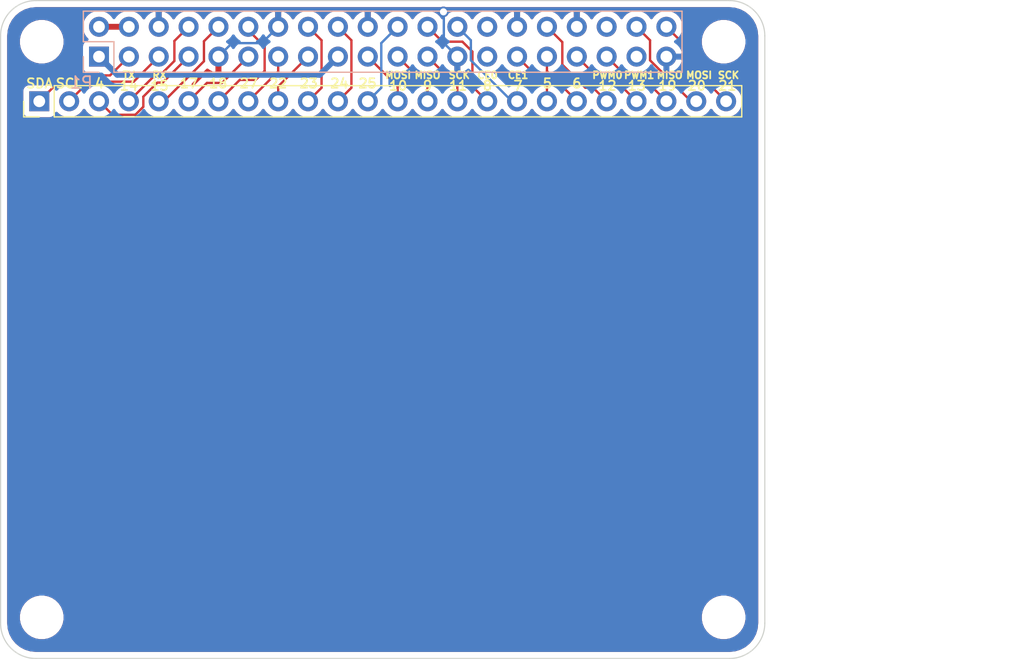
<source format=kicad_pcb>
(kicad_pcb (version 20171130) (host pcbnew 5.1.8-5.1.8)

  (general
    (thickness 1.6)
    (drawings 59)
    (tracks 95)
    (zones 0)
    (modules 6)
    (nets 32)
  )

  (page A3)
  (title_block
    (date "15 nov 2012")
  )

  (layers
    (0 F.Cu signal)
    (31 B.Cu signal)
    (32 B.Adhes user)
    (33 F.Adhes user)
    (34 B.Paste user)
    (35 F.Paste user)
    (36 B.SilkS user)
    (37 F.SilkS user)
    (38 B.Mask user)
    (39 F.Mask user)
    (40 Dwgs.User user)
    (41 Cmts.User user)
    (42 Eco1.User user)
    (43 Eco2.User user)
    (44 Edge.Cuts user)
    (45 Margin user)
    (46 B.CrtYd user)
    (47 F.CrtYd user)
  )

  (setup
    (last_trace_width 0.2)
    (trace_clearance 0.2)
    (zone_clearance 0.508)
    (zone_45_only no)
    (trace_min 0.1524)
    (via_size 0.9)
    (via_drill 0.6)
    (via_min_size 0.8)
    (via_min_drill 0.5)
    (uvia_size 0.5)
    (uvia_drill 0.1)
    (uvias_allowed no)
    (uvia_min_size 0.5)
    (uvia_min_drill 0.1)
    (edge_width 0.1)
    (segment_width 0.1)
    (pcb_text_width 0.2)
    (pcb_text_size 1 1)
    (mod_edge_width 0.15)
    (mod_text_size 1 1)
    (mod_text_width 0.15)
    (pad_size 2.5 2.5)
    (pad_drill 2.5)
    (pad_to_mask_clearance 0)
    (aux_axis_origin 200 150)
    (grid_origin 200 150)
    (visible_elements 7FFFFFFF)
    (pcbplotparams
      (layerselection 0x00030_80000001)
      (usegerberextensions true)
      (usegerberattributes false)
      (usegerberadvancedattributes false)
      (creategerberjobfile false)
      (excludeedgelayer true)
      (linewidth 0.150000)
      (plotframeref false)
      (viasonmask false)
      (mode 1)
      (useauxorigin false)
      (hpglpennumber 1)
      (hpglpenspeed 20)
      (hpglpendiameter 15.000000)
      (psnegative false)
      (psa4output false)
      (plotreference true)
      (plotvalue true)
      (plotinvisibletext false)
      (padsonsilk false)
      (subtractmaskfromsilk false)
      (outputformat 1)
      (mirror false)
      (drillshape 1)
      (scaleselection 1)
      (outputdirectory ""))
  )

  (net 0 "")
  (net 1 +3V3)
  (net 2 +5V)
  (net 3 GND)
  (net 4 /ID_SD)
  (net 5 /ID_SC)
  (net 6 /GPIO5)
  (net 7 /GPIO6)
  (net 8 /GPIO26)
  (net 9 "/GPIO2(SDA1)")
  (net 10 "/GPIO3(SCL1)")
  (net 11 "/GPIO4(GCLK)")
  (net 12 "/GPIO14(TXD0)")
  (net 13 "/GPIO15(RXD0)")
  (net 14 "/GPIO17(GEN0)")
  (net 15 "/GPIO27(GEN2)")
  (net 16 "/GPIO22(GEN3)")
  (net 17 "/GPIO23(GEN4)")
  (net 18 "/GPIO24(GEN5)")
  (net 19 "/GPIO25(GEN6)")
  (net 20 "/GPIO18(GEN1)(PWM0)")
  (net 21 "/GPIO10(SPI0_MOSI)")
  (net 22 "/GPIO9(SPI0_MISO)")
  (net 23 "/GPIO11(SPI0_SCK)")
  (net 24 "/GPIO12(PWM0)")
  (net 25 "/GPIO13(PWM1)")
  (net 26 "/GPIO19(SPI1_MISO)")
  (net 27 /GPIO16)
  (net 28 "/GPIO20(SPI1_MOSI)")
  (net 29 "/GPIO21(SPI1_SCK)")
  (net 30 "/GPIO7(SPI0_CE_1)")
  (net 31 "/GPIO8(SPI0_CE_0)")

  (net_class Default "This is the default net class."
    (clearance 0.2)
    (trace_width 0.2)
    (via_dia 0.9)
    (via_drill 0.6)
    (uvia_dia 0.5)
    (uvia_drill 0.1)
    (add_net "/GPIO10(SPI0_MOSI)")
    (add_net "/GPIO11(SPI0_SCK)")
    (add_net "/GPIO12(PWM0)")
    (add_net "/GPIO13(PWM1)")
    (add_net "/GPIO14(TXD0)")
    (add_net "/GPIO15(RXD0)")
    (add_net /GPIO16)
    (add_net "/GPIO17(GEN0)")
    (add_net "/GPIO18(GEN1)(PWM0)")
    (add_net "/GPIO19(SPI1_MISO)")
    (add_net "/GPIO2(SDA1)")
    (add_net "/GPIO20(SPI1_MOSI)")
    (add_net "/GPIO21(SPI1_SCK)")
    (add_net "/GPIO22(GEN3)")
    (add_net "/GPIO23(GEN4)")
    (add_net "/GPIO24(GEN5)")
    (add_net "/GPIO25(GEN6)")
    (add_net /GPIO26)
    (add_net "/GPIO27(GEN2)")
    (add_net "/GPIO3(SCL1)")
    (add_net "/GPIO4(GCLK)")
    (add_net /GPIO5)
    (add_net /GPIO6)
    (add_net "/GPIO7(SPI0_CE_1)")
    (add_net "/GPIO8(SPI0_CE_0)")
    (add_net "/GPIO9(SPI0_MISO)")
    (add_net /ID_SC)
    (add_net /ID_SD)
    (add_net GND)
  )

  (net_class Power ""
    (clearance 0.2)
    (trace_width 0.5)
    (via_dia 1)
    (via_drill 0.7)
    (uvia_dia 0.5)
    (uvia_drill 0.1)
    (add_net +3V3)
    (add_net +5V)
  )

  (module Connector_PinHeader_2.54mm:PinHeader_1x24_P2.54mm_Vertical (layer F.Cu) (tedit 59FED5CC) (tstamp 6007EDA9)
    (at 203.29 102.57 90)
    (descr "Through hole straight pin header, 1x24, 2.54mm pitch, single row")
    (tags "Through hole pin header THT 1x24 2.54mm single row")
    (path /60084CEE)
    (fp_text reference J1 (at 0 -2.33 90) (layer F.SilkS) hide
      (effects (font (size 1 1) (thickness 0.15)))
    )
    (fp_text value Conn_01x24_Male (at 0 60.75 90) (layer F.Fab)
      (effects (font (size 1 1) (thickness 0.15)))
    )
    (fp_text user %R (at 0 29.21) (layer F.Fab)
      (effects (font (size 1 1) (thickness 0.15)))
    )
    (fp_line (start -0.635 -1.27) (end 1.27 -1.27) (layer F.Fab) (width 0.1))
    (fp_line (start 1.27 -1.27) (end 1.27 59.69) (layer F.Fab) (width 0.1))
    (fp_line (start 1.27 59.69) (end -1.27 59.69) (layer F.Fab) (width 0.1))
    (fp_line (start -1.27 59.69) (end -1.27 -0.635) (layer F.Fab) (width 0.1))
    (fp_line (start -1.27 -0.635) (end -0.635 -1.27) (layer F.Fab) (width 0.1))
    (fp_line (start -1.33 59.75) (end 1.33 59.75) (layer F.SilkS) (width 0.12))
    (fp_line (start -1.33 1.27) (end -1.33 59.75) (layer F.SilkS) (width 0.12))
    (fp_line (start 1.33 1.27) (end 1.33 59.75) (layer F.SilkS) (width 0.12))
    (fp_line (start -1.33 1.27) (end 1.33 1.27) (layer F.SilkS) (width 0.12))
    (fp_line (start -1.33 0) (end -1.33 -1.33) (layer F.SilkS) (width 0.12))
    (fp_line (start -1.33 -1.33) (end 0 -1.33) (layer F.SilkS) (width 0.12))
    (fp_line (start -1.8 -1.8) (end -1.8 60.2) (layer F.CrtYd) (width 0.05))
    (fp_line (start -1.8 60.2) (end 1.8 60.2) (layer F.CrtYd) (width 0.05))
    (fp_line (start 1.8 60.2) (end 1.8 -1.8) (layer F.CrtYd) (width 0.05))
    (fp_line (start 1.8 -1.8) (end -1.8 -1.8) (layer F.CrtYd) (width 0.05))
    (pad 24 thru_hole oval (at 0 58.42 90) (size 1.7 1.7) (drill 1) (layers *.Cu *.Mask)
      (net 29 "/GPIO21(SPI1_SCK)"))
    (pad 23 thru_hole oval (at 0 55.88 90) (size 1.7 1.7) (drill 1) (layers *.Cu *.Mask)
      (net 28 "/GPIO20(SPI1_MOSI)"))
    (pad 22 thru_hole oval (at 0 53.34 90) (size 1.7 1.7) (drill 1) (layers *.Cu *.Mask)
      (net 26 "/GPIO19(SPI1_MISO)"))
    (pad 21 thru_hole oval (at 0 50.8 90) (size 1.7 1.7) (drill 1) (layers *.Cu *.Mask)
      (net 25 "/GPIO13(PWM1)"))
    (pad 20 thru_hole oval (at 0 48.26 90) (size 1.7 1.7) (drill 1) (layers *.Cu *.Mask)
      (net 24 "/GPIO12(PWM0)"))
    (pad 19 thru_hole oval (at 0 45.72 90) (size 1.7 1.7) (drill 1) (layers *.Cu *.Mask)
      (net 7 /GPIO6))
    (pad 18 thru_hole oval (at 0 43.18 90) (size 1.7 1.7) (drill 1) (layers *.Cu *.Mask)
      (net 6 /GPIO5))
    (pad 17 thru_hole oval (at 0 40.64 90) (size 1.7 1.7) (drill 1) (layers *.Cu *.Mask)
      (net 30 "/GPIO7(SPI0_CE_1)"))
    (pad 16 thru_hole oval (at 0 38.1 90) (size 1.7 1.7) (drill 1) (layers *.Cu *.Mask)
      (net 31 "/GPIO8(SPI0_CE_0)"))
    (pad 15 thru_hole oval (at 0 35.56 90) (size 1.7 1.7) (drill 1) (layers *.Cu *.Mask)
      (net 23 "/GPIO11(SPI0_SCK)"))
    (pad 14 thru_hole oval (at 0 33.02 90) (size 1.7 1.7) (drill 1) (layers *.Cu *.Mask)
      (net 22 "/GPIO9(SPI0_MISO)"))
    (pad 13 thru_hole oval (at 0 30.48 90) (size 1.7 1.7) (drill 1) (layers *.Cu *.Mask)
      (net 21 "/GPIO10(SPI0_MOSI)"))
    (pad 12 thru_hole oval (at 0 27.94 90) (size 1.7 1.7) (drill 1) (layers *.Cu *.Mask)
      (net 19 "/GPIO25(GEN6)"))
    (pad 11 thru_hole oval (at 0 25.4 90) (size 1.7 1.7) (drill 1) (layers *.Cu *.Mask)
      (net 18 "/GPIO24(GEN5)"))
    (pad 10 thru_hole oval (at 0 22.86 90) (size 1.7 1.7) (drill 1) (layers *.Cu *.Mask)
      (net 17 "/GPIO23(GEN4)"))
    (pad 9 thru_hole oval (at 0 20.32 90) (size 1.7 1.7) (drill 1) (layers *.Cu *.Mask)
      (net 16 "/GPIO22(GEN3)"))
    (pad 8 thru_hole oval (at 0 17.78 90) (size 1.7 1.7) (drill 1) (layers *.Cu *.Mask)
      (net 15 "/GPIO27(GEN2)"))
    (pad 7 thru_hole oval (at 0 15.24 90) (size 1.7 1.7) (drill 1) (layers *.Cu *.Mask)
      (net 20 "/GPIO18(GEN1)(PWM0)"))
    (pad 6 thru_hole oval (at 0 12.7 90) (size 1.7 1.7) (drill 1) (layers *.Cu *.Mask)
      (net 14 "/GPIO17(GEN0)"))
    (pad 5 thru_hole oval (at 0 10.16 90) (size 1.7 1.7) (drill 1) (layers *.Cu *.Mask)
      (net 13 "/GPIO15(RXD0)"))
    (pad 4 thru_hole oval (at 0 7.62 90) (size 1.7 1.7) (drill 1) (layers *.Cu *.Mask)
      (net 12 "/GPIO14(TXD0)"))
    (pad 3 thru_hole oval (at 0 5.08 90) (size 1.7 1.7) (drill 1) (layers *.Cu *.Mask)
      (net 11 "/GPIO4(GCLK)"))
    (pad 2 thru_hole oval (at 0 2.54 90) (size 1.7 1.7) (drill 1) (layers *.Cu *.Mask)
      (net 10 "/GPIO3(SCL1)"))
    (pad 1 thru_hole rect (at 0 0 90) (size 1.7 1.7) (drill 1) (layers *.Cu *.Mask)
      (net 9 "/GPIO2(SDA1)"))
    (model ${KISYS3DMOD}/Connector_PinHeader_2.54mm.3dshapes/PinHeader_1x24_P2.54mm_Vertical.wrl
      (at (xyz 0 0 0))
      (scale (xyz 1 1 1))
      (rotate (xyz 0 0 0))
    )
  )

  (module Connector_PinSocket_2.54mm:PinSocket_2x20_P2.54mm_Vertical (layer B.Cu) (tedit 5A19A433) (tstamp 5A793E9F)
    (at 208.37 98.77 270)
    (descr "Through hole straight socket strip, 2x20, 2.54mm pitch, double cols (from Kicad 4.0.7), script generated")
    (tags "Through hole socket strip THT 2x20 2.54mm double row")
    (path /59AD464A)
    (fp_text reference P1 (at 2.208 1.512) (layer B.SilkS)
      (effects (font (size 1 1) (thickness 0.15)) (justify mirror))
    )
    (fp_text value Conn_02x20_Odd_Even (at -1.27 -51.03 270) (layer B.Fab)
      (effects (font (size 1 1) (thickness 0.15)) (justify mirror))
    )
    (fp_line (start -4.34 -50) (end -4.34 1.8) (layer B.CrtYd) (width 0.05))
    (fp_line (start 1.76 -50) (end -4.34 -50) (layer B.CrtYd) (width 0.05))
    (fp_line (start 1.76 1.8) (end 1.76 -50) (layer B.CrtYd) (width 0.05))
    (fp_line (start -4.34 1.8) (end 1.76 1.8) (layer B.CrtYd) (width 0.05))
    (fp_line (start 0 1.33) (end 1.33 1.33) (layer B.SilkS) (width 0.12))
    (fp_line (start 1.33 1.33) (end 1.33 0) (layer B.SilkS) (width 0.12))
    (fp_line (start -1.27 1.33) (end -1.27 -1.27) (layer B.SilkS) (width 0.12))
    (fp_line (start -1.27 -1.27) (end 1.33 -1.27) (layer B.SilkS) (width 0.12))
    (fp_line (start 1.33 -1.27) (end 1.33 -49.59) (layer B.SilkS) (width 0.12))
    (fp_line (start -3.87 -49.59) (end 1.33 -49.59) (layer B.SilkS) (width 0.12))
    (fp_line (start -3.87 1.33) (end -3.87 -49.59) (layer B.SilkS) (width 0.12))
    (fp_line (start -3.87 1.33) (end -1.27 1.33) (layer B.SilkS) (width 0.12))
    (fp_line (start -3.81 -49.53) (end -3.81 1.27) (layer B.Fab) (width 0.1))
    (fp_line (start 1.27 -49.53) (end -3.81 -49.53) (layer B.Fab) (width 0.1))
    (fp_line (start 1.27 0.27) (end 1.27 -49.53) (layer B.Fab) (width 0.1))
    (fp_line (start 0.27 1.27) (end 1.27 0.27) (layer B.Fab) (width 0.1))
    (fp_line (start -3.81 1.27) (end 0.27 1.27) (layer B.Fab) (width 0.1))
    (fp_text user %R (at -1.27 -24.13 180) (layer B.Fab)
      (effects (font (size 1 1) (thickness 0.15)) (justify mirror))
    )
    (pad 1 thru_hole rect (at 0 0 270) (size 1.7 1.7) (drill 1) (layers *.Cu *.Mask)
      (net 1 +3V3))
    (pad 2 thru_hole oval (at -2.54 0 270) (size 1.7 1.7) (drill 1) (layers *.Cu *.Mask)
      (net 2 +5V))
    (pad 3 thru_hole oval (at 0 -2.54 270) (size 1.7 1.7) (drill 1) (layers *.Cu *.Mask)
      (net 9 "/GPIO2(SDA1)"))
    (pad 4 thru_hole oval (at -2.54 -2.54 270) (size 1.7 1.7) (drill 1) (layers *.Cu *.Mask)
      (net 2 +5V))
    (pad 5 thru_hole oval (at 0 -5.08 270) (size 1.7 1.7) (drill 1) (layers *.Cu *.Mask)
      (net 10 "/GPIO3(SCL1)"))
    (pad 6 thru_hole oval (at -2.54 -5.08 270) (size 1.7 1.7) (drill 1) (layers *.Cu *.Mask)
      (net 3 GND))
    (pad 7 thru_hole oval (at 0 -7.62 270) (size 1.7 1.7) (drill 1) (layers *.Cu *.Mask)
      (net 11 "/GPIO4(GCLK)"))
    (pad 8 thru_hole oval (at -2.54 -7.62 270) (size 1.7 1.7) (drill 1) (layers *.Cu *.Mask)
      (net 12 "/GPIO14(TXD0)"))
    (pad 9 thru_hole oval (at 0 -10.16 270) (size 1.7 1.7) (drill 1) (layers *.Cu *.Mask)
      (net 3 GND))
    (pad 10 thru_hole oval (at -2.54 -10.16 270) (size 1.7 1.7) (drill 1) (layers *.Cu *.Mask)
      (net 13 "/GPIO15(RXD0)"))
    (pad 11 thru_hole oval (at 0 -12.7 270) (size 1.7 1.7) (drill 1) (layers *.Cu *.Mask)
      (net 14 "/GPIO17(GEN0)"))
    (pad 12 thru_hole oval (at -2.54 -12.7 270) (size 1.7 1.7) (drill 1) (layers *.Cu *.Mask)
      (net 20 "/GPIO18(GEN1)(PWM0)"))
    (pad 13 thru_hole oval (at 0 -15.24 270) (size 1.7 1.7) (drill 1) (layers *.Cu *.Mask)
      (net 15 "/GPIO27(GEN2)"))
    (pad 14 thru_hole oval (at -2.54 -15.24 270) (size 1.7 1.7) (drill 1) (layers *.Cu *.Mask)
      (net 3 GND))
    (pad 15 thru_hole oval (at 0 -17.78 270) (size 1.7 1.7) (drill 1) (layers *.Cu *.Mask)
      (net 16 "/GPIO22(GEN3)"))
    (pad 16 thru_hole oval (at -2.54 -17.78 270) (size 1.7 1.7) (drill 1) (layers *.Cu *.Mask)
      (net 17 "/GPIO23(GEN4)"))
    (pad 17 thru_hole oval (at 0 -20.32 270) (size 1.7 1.7) (drill 1) (layers *.Cu *.Mask)
      (net 1 +3V3))
    (pad 18 thru_hole oval (at -2.54 -20.32 270) (size 1.7 1.7) (drill 1) (layers *.Cu *.Mask)
      (net 18 "/GPIO24(GEN5)"))
    (pad 19 thru_hole oval (at 0 -22.86 270) (size 1.7 1.7) (drill 1) (layers *.Cu *.Mask)
      (net 21 "/GPIO10(SPI0_MOSI)"))
    (pad 20 thru_hole oval (at -2.54 -22.86 270) (size 1.7 1.7) (drill 1) (layers *.Cu *.Mask)
      (net 3 GND))
    (pad 21 thru_hole oval (at 0 -25.4 270) (size 1.7 1.7) (drill 1) (layers *.Cu *.Mask)
      (net 22 "/GPIO9(SPI0_MISO)"))
    (pad 22 thru_hole oval (at -2.54 -25.4 270) (size 1.7 1.7) (drill 1) (layers *.Cu *.Mask)
      (net 19 "/GPIO25(GEN6)"))
    (pad 23 thru_hole oval (at 0 -27.94 270) (size 1.7 1.7) (drill 1) (layers *.Cu *.Mask)
      (net 23 "/GPIO11(SPI0_SCK)"))
    (pad 24 thru_hole oval (at -2.54 -27.94 270) (size 1.7 1.7) (drill 1) (layers *.Cu *.Mask)
      (net 31 "/GPIO8(SPI0_CE_0)"))
    (pad 25 thru_hole oval (at 0 -30.48 270) (size 1.7 1.7) (drill 1) (layers *.Cu *.Mask)
      (net 3 GND))
    (pad 26 thru_hole oval (at -2.54 -30.48 270) (size 1.7 1.7) (drill 1) (layers *.Cu *.Mask)
      (net 30 "/GPIO7(SPI0_CE_1)"))
    (pad 27 thru_hole oval (at 0 -33.02 270) (size 1.7 1.7) (drill 1) (layers *.Cu *.Mask)
      (net 4 /ID_SD))
    (pad 28 thru_hole oval (at -2.54 -33.02 270) (size 1.7 1.7) (drill 1) (layers *.Cu *.Mask)
      (net 5 /ID_SC))
    (pad 29 thru_hole oval (at 0 -35.56 270) (size 1.7 1.7) (drill 1) (layers *.Cu *.Mask)
      (net 6 /GPIO5))
    (pad 30 thru_hole oval (at -2.54 -35.56 270) (size 1.7 1.7) (drill 1) (layers *.Cu *.Mask)
      (net 3 GND))
    (pad 31 thru_hole oval (at 0 -38.1 270) (size 1.7 1.7) (drill 1) (layers *.Cu *.Mask)
      (net 7 /GPIO6))
    (pad 32 thru_hole oval (at -2.54 -38.1 270) (size 1.7 1.7) (drill 1) (layers *.Cu *.Mask)
      (net 24 "/GPIO12(PWM0)"))
    (pad 33 thru_hole oval (at 0 -40.64 270) (size 1.7 1.7) (drill 1) (layers *.Cu *.Mask)
      (net 25 "/GPIO13(PWM1)"))
    (pad 34 thru_hole oval (at -2.54 -40.64 270) (size 1.7 1.7) (drill 1) (layers *.Cu *.Mask)
      (net 3 GND))
    (pad 35 thru_hole oval (at 0 -43.18 270) (size 1.7 1.7) (drill 1) (layers *.Cu *.Mask)
      (net 26 "/GPIO19(SPI1_MISO)"))
    (pad 36 thru_hole oval (at -2.54 -43.18 270) (size 1.7 1.7) (drill 1) (layers *.Cu *.Mask)
      (net 27 /GPIO16))
    (pad 37 thru_hole oval (at 0 -45.72 270) (size 1.7 1.7) (drill 1) (layers *.Cu *.Mask)
      (net 8 /GPIO26))
    (pad 38 thru_hole oval (at -2.54 -45.72 270) (size 1.7 1.7) (drill 1) (layers *.Cu *.Mask)
      (net 28 "/GPIO20(SPI1_MOSI)"))
    (pad 39 thru_hole oval (at 0 -48.26 270) (size 1.7 1.7) (drill 1) (layers *.Cu *.Mask)
      (net 3 GND))
    (pad 40 thru_hole oval (at -2.54 -48.26 270) (size 1.7 1.7) (drill 1) (layers *.Cu *.Mask)
      (net 29 "/GPIO21(SPI1_SCK)"))
    (model ${KISYS3DMOD}/Connector_PinSocket_2.54mm.3dshapes/PinSocket_2x20_P2.54mm_Vertical.wrl
      (at (xyz 0 0 0))
      (scale (xyz 1 1 1))
      (rotate (xyz 0 0 0))
    )
  )

  (module MountingHole:MountingHole_2.7mm_M2.5 (layer F.Cu) (tedit 56D1B4CB) (tstamp 5A793E98)
    (at 261.5 146.5)
    (descr "Mounting Hole 2.7mm, no annular, M2.5")
    (tags "mounting hole 2.7mm no annular m2.5")
    (path /5834FC4F)
    (attr virtual)
    (fp_text reference MK4 (at 0 -3.7) (layer F.SilkS) hide
      (effects (font (size 1 1) (thickness 0.15)))
    )
    (fp_text value M2.5 (at 0 3.7) (layer F.Fab)
      (effects (font (size 1 1) (thickness 0.15)))
    )
    (fp_circle (center 0 0) (end 2.7 0) (layer Cmts.User) (width 0.15))
    (fp_circle (center 0 0) (end 2.95 0) (layer F.CrtYd) (width 0.05))
    (fp_text user %R (at 0.3 0) (layer F.Fab)
      (effects (font (size 1 1) (thickness 0.15)))
    )
    (pad 1 np_thru_hole circle (at 0 0) (size 2.7 2.7) (drill 2.7) (layers *.Cu *.Mask))
  )

  (module MountingHole:MountingHole_2.7mm_M2.5 (layer F.Cu) (tedit 56D1B4CB) (tstamp 5A793E91)
    (at 203.5 146.5)
    (descr "Mounting Hole 2.7mm, no annular, M2.5")
    (tags "mounting hole 2.7mm no annular m2.5")
    (path /5834FBEF)
    (attr virtual)
    (fp_text reference MK3 (at 0 -3.7) (layer F.SilkS) hide
      (effects (font (size 1 1) (thickness 0.15)))
    )
    (fp_text value M2.5 (at 0 3.7) (layer F.Fab)
      (effects (font (size 1 1) (thickness 0.15)))
    )
    (fp_circle (center 0 0) (end 2.95 0) (layer F.CrtYd) (width 0.05))
    (fp_circle (center 0 0) (end 2.7 0) (layer Cmts.User) (width 0.15))
    (fp_text user %R (at 0.3 0) (layer F.Fab)
      (effects (font (size 1 1) (thickness 0.15)))
    )
    (pad 1 np_thru_hole circle (at 0 0) (size 2.7 2.7) (drill 2.7) (layers *.Cu *.Mask))
  )

  (module MountingHole:MountingHole_2.7mm_M2.5 (layer F.Cu) (tedit 56D1B4CB) (tstamp 5A793E8A)
    (at 261.5 97.5 180)
    (descr "Mounting Hole 2.7mm, no annular, M2.5")
    (tags "mounting hole 2.7mm no annular m2.5")
    (path /5834FC19)
    (attr virtual)
    (fp_text reference MK2 (at 0 -3.7 180) (layer F.SilkS) hide
      (effects (font (size 1 1) (thickness 0.15)))
    )
    (fp_text value M2.5 (at 0 3.7 180) (layer F.Fab)
      (effects (font (size 1 1) (thickness 0.15)))
    )
    (fp_circle (center 0 0) (end 2.7 0) (layer Cmts.User) (width 0.15))
    (fp_circle (center 0 0) (end 2.95 0) (layer F.CrtYd) (width 0.05))
    (fp_text user %R (at 0.3 0 180) (layer F.Fab)
      (effects (font (size 1 1) (thickness 0.15)))
    )
    (pad 1 np_thru_hole circle (at 0 0 180) (size 2.7 2.7) (drill 2.7) (layers *.Cu *.Mask))
  )

  (module MountingHole:MountingHole_2.7mm_M2.5 (layer F.Cu) (tedit 56D1B4CB) (tstamp 5A793E83)
    (at 203.5 97.5 180)
    (descr "Mounting Hole 2.7mm, no annular, M2.5")
    (tags "mounting hole 2.7mm no annular m2.5")
    (path /5834FB2E)
    (attr virtual)
    (fp_text reference MK1 (at 0 -3.7 180) (layer F.SilkS) hide
      (effects (font (size 1 1) (thickness 0.15)))
    )
    (fp_text value M2.5 (at 0 3.7 180) (layer F.Fab)
      (effects (font (size 1 1) (thickness 0.15)))
    )
    (fp_circle (center 0 0) (end 2.95 0) (layer F.CrtYd) (width 0.05))
    (fp_circle (center 0 0) (end 2.7 0) (layer Cmts.User) (width 0.15))
    (fp_text user %R (at 0.3 0 180) (layer F.Fab)
      (effects (font (size 1 1) (thickness 0.15)))
    )
    (pad 1 np_thru_hole circle (at 0 0 180) (size 2.7 2.7) (drill 2.7) (layers *.Cu *.Mask))
  )

  (gr_text PWM0 (at 251.6128 100.3504) (layer F.SilkS) (tstamp 6007ED59)
    (effects (font (size 0.6 0.6) (thickness 0.15)))
  )
  (gr_text 9 (at 236.3128 101.2504) (layer F.SilkS) (tstamp 6007ED58)
    (effects (font (size 0.8 0.8) (thickness 0.15)))
  )
  (gr_text 11 (at 238.9128 101.2504) (layer F.SilkS) (tstamp 6007ED57)
    (effects (font (size 0.8 0.8) (thickness 0.15)))
  )
  (gr_text 8 (at 241.4128 101.2504) (layer F.SilkS) (tstamp 6007ED56)
    (effects (font (size 0.8 0.8) (thickness 0.15)))
  )
  (gr_text 7 (at 244.0128 101.2504) (layer F.SilkS) (tstamp 6007ED55)
    (effects (font (size 0.8 0.8) (thickness 0.15)))
  )
  (gr_text 5 (at 246.5128 101.0504) (layer F.SilkS) (tstamp 6007ED54)
    (effects (font (size 0.8 0.8) (thickness 0.15)))
  )
  (gr_text 6 (at 249.0128 101.0504) (layer F.SilkS) (tstamp 6007ED53)
    (effects (font (size 0.8 0.8) (thickness 0.15)))
  )
  (gr_text 12 (at 251.6128 101.2504) (layer F.SilkS) (tstamp 6007ED52)
    (effects (font (size 0.8 0.8) (thickness 0.15)))
  )
  (gr_text 13 (at 254.1128 101.2504) (layer F.SilkS) (tstamp 6007ED51)
    (effects (font (size 0.8 0.8) (thickness 0.15)))
  )
  (gr_text 19 (at 256.7128 101.2504) (layer F.SilkS) (tstamp 6007ED50)
    (effects (font (size 0.8 0.8) (thickness 0.15)))
  )
  (gr_text 20 (at 259.2128 101.2504) (layer F.SilkS) (tstamp 6007ED4F)
    (effects (font (size 0.8 0.8) (thickness 0.15)))
  )
  (gr_text 21 (at 261.8128 101.2504) (layer F.SilkS) (tstamp 6007ED4E)
    (effects (font (size 0.8 0.8) (thickness 0.15)))
  )
  (gr_text SCK (at 239.0128 100.3504) (layer F.SilkS) (tstamp 6007ED4D)
    (effects (font (size 0.6 0.6) (thickness 0.15)))
  )
  (gr_text CE0 (at 241.4128 100.3504) (layer F.SilkS) (tstamp 6007ED4C)
    (effects (font (size 0.6 0.6) (thickness 0.15)))
  )
  (gr_text CE1 (at 244.0128 100.3504) (layer F.SilkS) (tstamp 6007ED4B)
    (effects (font (size 0.6 0.6) (thickness 0.15)))
  )
  (gr_text SCK (at 261.9128 100.3504) (layer F.SilkS) (tstamp 6007ED4A)
    (effects (font (size 0.6 0.6) (thickness 0.15)))
  )
  (gr_text MOSI (at 259.4128 100.3504) (layer F.SilkS) (tstamp 6007ED49)
    (effects (font (size 0.6 0.6) (thickness 0.15)))
  )
  (gr_text MISO (at 256.9128 100.3504) (layer F.SilkS) (tstamp 6007ED48)
    (effects (font (size 0.6 0.6) (thickness 0.15)))
  )
  (gr_text SDA (at 203.3128 101.0504) (layer F.SilkS) (tstamp 6007ED47)
    (effects (font (size 0.8 0.8) (thickness 0.15)))
  )
  (gr_text SCL (at 205.8128 101.0504) (layer F.SilkS) (tstamp 6007ED46)
    (effects (font (size 0.8 0.8) (thickness 0.15)))
  )
  (gr_text 4 (at 208.4128 101.0504) (layer F.SilkS) (tstamp 6007ED45)
    (effects (font (size 0.8 0.8) (thickness 0.15)))
  )
  (gr_text 14 (at 210.9128 101.2504) (layer F.SilkS) (tstamp 6007ED44)
    (effects (font (size 0.8 0.8) (thickness 0.15)))
  )
  (gr_text 15 (at 213.5128 101.2504) (layer F.SilkS) (tstamp 6007ED43)
    (effects (font (size 0.8 0.8) (thickness 0.15)))
  )
  (gr_text 17 (at 216.0128 101.0504) (layer F.SilkS) (tstamp 6007ED42)
    (effects (font (size 0.8 0.8) (thickness 0.15)))
  )
  (gr_text 18 (at 218.5128 101.0504) (layer F.SilkS) (tstamp 6007ED41)
    (effects (font (size 0.8 0.8) (thickness 0.15)))
  )
  (gr_text 27 (at 221.1128 101.0504) (layer F.SilkS) (tstamp 6007ED40)
    (effects (font (size 0.8 0.8) (thickness 0.15)))
  )
  (gr_text 22 (at 223.6128 101.0504) (layer F.SilkS) (tstamp 6007ED3F)
    (effects (font (size 0.8 0.8) (thickness 0.15)))
  )
  (gr_text 23 (at 226.2128 101.0504) (layer F.SilkS) (tstamp 6007ED3E)
    (effects (font (size 0.8 0.8) (thickness 0.15)))
  )
  (gr_text 24 (at 228.8128 101.0504) (layer F.SilkS) (tstamp 6007ED3D)
    (effects (font (size 0.8 0.8) (thickness 0.15)))
  )
  (gr_text 25 (at 231.2128 101.0504) (layer F.SilkS) (tstamp 6007ED3C)
    (effects (font (size 0.8 0.8) (thickness 0.15)))
  )
  (gr_text MOSI (at 233.8128 100.3504) (layer F.SilkS) (tstamp 6007ED3B)
    (effects (font (size 0.6 0.6) (thickness 0.15)))
  )
  (gr_text MISO (at 236.3128 100.3504) (layer F.SilkS) (tstamp 6007ED3A)
    (effects (font (size 0.6 0.6) (thickness 0.15)))
  )
  (gr_text 10 (at 233.8128 101.2504) (layer F.SilkS) (tstamp 6007ED39)
    (effects (font (size 0.8 0.8) (thickness 0.15)))
  )
  (gr_text PWM1 (at 254.3128 100.3504) (layer F.SilkS) (tstamp 6007ED38)
    (effects (font (size 0.6 0.6) (thickness 0.15)))
  )
  (gr_text TX (at 210.9128 100.3504) (layer F.SilkS) (tstamp 6007ED37)
    (effects (font (size 0.6 0.6) (thickness 0.15)))
  )
  (gr_text RX (at 213.5128 100.3504) (layer F.SilkS) (tstamp 6007ED36)
    (effects (font (size 0.6 0.6) (thickness 0.15)))
  )
  (gr_line (start 200 97) (end 200 147) (layer Edge.Cuts) (width 0.1))
  (gr_text RJ45 (at 276.2 139.84) (layer Dwgs.User) (tstamp 580CBBEB)
    (effects (font (size 2 2) (thickness 0.15)))
  )
  (gr_text USB (at 277.724 121.552) (layer Dwgs.User) (tstamp 580CBBE9)
    (effects (font (size 2 2) (thickness 0.15)))
  )
  (gr_text USB (at 278.232 102.248) (layer Dwgs.User)
    (effects (font (size 2 2) (thickness 0.15)))
  )
  (gr_arc (start 262 97) (end 262 94) (angle 90) (layer Edge.Cuts) (width 0.1))
  (gr_arc (start 262 147) (end 265 147) (angle 90) (layer Edge.Cuts) (width 0.1))
  (gr_arc (start 203 147) (end 203 150) (angle 90) (layer Edge.Cuts) (width 0.1))
  (gr_arc (start 203 97) (end 200 97) (angle 90) (layer Edge.Cuts) (width 0.1))
  (gr_line (start 269.9 114.45) (end 287 114.45) (layer Dwgs.User) (width 0.1))
  (gr_line (start 262 94) (end 203 94) (layer Edge.Cuts) (width 0.1))
  (gr_line (start 269.9 127.55) (end 269.9 114.45) (layer Dwgs.User) (width 0.1))
  (gr_line (start 287 127.55) (end 269.9 127.55) (layer Dwgs.User) (width 0.1))
  (gr_line (start 287 114.45) (end 287 127.55) (layer Dwgs.User) (width 0.1))
  (gr_line (start 266 147.675) (end 266 131.825) (layer Dwgs.User) (width 0.1))
  (gr_line (start 287 147.675) (end 266 147.675) (layer Dwgs.User) (width 0.1))
  (gr_line (start 287 131.825) (end 287 147.675) (layer Dwgs.User) (width 0.1))
  (gr_line (start 266 131.825) (end 287 131.825) (layer Dwgs.User) (width 0.1))
  (gr_line (start 265 147) (end 265 97) (layer Edge.Cuts) (width 0.1))
  (gr_line (start 203 150) (end 262 150) (layer Edge.Cuts) (width 0.1))
  (gr_line (start 269.9 109.455925) (end 269.9 96.355925) (layer Dwgs.User) (width 0.1))
  (gr_line (start 287 109.455925) (end 269.9 109.455925) (layer Dwgs.User) (width 0.1))
  (gr_line (start 287 96.355925) (end 287 109.455925) (layer Dwgs.User) (width 0.1))
  (gr_line (start 269.9 96.355925) (end 287 96.355925) (layer Dwgs.User) (width 0.1))

  (via (at 237.6682 94.9582) (size 0.9) (drill 0.6) (layers F.Cu B.Cu) (net 3))
  (segment (start 227.1424 100.3176) (end 228.69 98.77) (width 0.5) (layer B.Cu) (net 1))
  (segment (start 209.9176 100.3176) (end 227.1424 100.3176) (width 0.5) (layer B.Cu) (net 1))
  (segment (start 208.37 98.77) (end 209.9176 100.3176) (width 0.5) (layer B.Cu) (net 1))
  (segment (start 208.37 96.23) (end 210.91 96.23) (width 0.5) (layer F.Cu) (net 2))
  (segment (start 222.220001 97.619999) (end 223.61 96.23) (width 0.2) (layer B.Cu) (net 3))
  (segment (start 219.680001 97.619999) (end 222.220001 97.619999) (width 0.2) (layer B.Cu) (net 3))
  (segment (start 218.53 98.77) (end 219.680001 97.619999) (width 0.2) (layer B.Cu) (net 3))
  (segment (start 237.699999 94.989999) (end 237.6682 94.9582) (width 0.2) (layer B.Cu) (net 3))
  (segment (start 237.699999 97.619999) (end 237.699999 94.989999) (width 0.2) (layer B.Cu) (net 3))
  (segment (start 238.85 98.77) (end 237.699999 97.619999) (width 0.2) (layer B.Cu) (net 3))
  (segment (start 246.47 101.31) (end 243.93 98.77) (width 0.2) (layer F.Cu) (net 6))
  (segment (start 246.47 102.57) (end 246.47 101.31) (width 0.2) (layer F.Cu) (net 6))
  (segment (start 246.47 100.0008) (end 246.47 98.77) (width 0.2) (layer F.Cu) (net 7))
  (segment (start 249.01 102.5408) (end 246.47 100.0008) (width 0.2) (layer F.Cu) (net 7))
  (segment (start 249.01 102.57) (end 249.01 102.5408) (width 0.2) (layer F.Cu) (net 7))
  (segment (start 209.3116 100.3684) (end 210.91 98.77) (width 0.2) (layer F.Cu) (net 9))
  (segment (start 205.4916 100.3684) (end 209.3116 100.3684) (width 0.2) (layer F.Cu) (net 9))
  (segment (start 203.29 102.57) (end 205.4916 100.3684) (width 0.2) (layer F.Cu) (net 9))
  (segment (start 211.3182 100.9018) (end 213.45 98.77) (width 0.2) (layer F.Cu) (net 10))
  (segment (start 207.4982 100.9018) (end 211.3182 100.9018) (width 0.2) (layer F.Cu) (net 10))
  (segment (start 205.83 102.57) (end 207.4982 100.9018) (width 0.2) (layer F.Cu) (net 10))
  (segment (start 212.1412 102.176798) (end 213.339998 100.978) (width 0.2) (layer F.Cu) (net 11))
  (segment (start 212.1412 103.040802) (end 212.1412 102.176798) (width 0.2) (layer F.Cu) (net 11))
  (segment (start 211.462001 103.720001) (end 212.1412 103.040802) (width 0.2) (layer F.Cu) (net 11))
  (segment (start 209.520001 103.720001) (end 211.462001 103.720001) (width 0.2) (layer F.Cu) (net 11))
  (segment (start 213.782 100.978) (end 215.99 98.77) (width 0.2) (layer F.Cu) (net 11))
  (segment (start 213.339998 100.978) (end 213.782 100.978) (width 0.2) (layer F.Cu) (net 11))
  (segment (start 208.37 102.57) (end 209.520001 103.720001) (width 0.2) (layer F.Cu) (net 11))
  (segment (start 215.99 96.23) (end 214.7828 97.4372) (width 0.2) (layer F.Cu) (net 12))
  (segment (start 214.7828 99.139202) (end 213.579002 100.343) (width 0.2) (layer F.Cu) (net 12))
  (segment (start 214.7828 97.4372) (end 214.7828 99.139202) (width 0.2) (layer F.Cu) (net 12))
  (segment (start 213.137 100.343) (end 210.91 102.57) (width 0.2) (layer F.Cu) (net 12))
  (segment (start 213.579002 100.343) (end 213.137 100.343) (width 0.2) (layer F.Cu) (net 12))
  (segment (start 218.53 96.23) (end 217.2974 97.4626) (width 0.2) (layer F.Cu) (net 13))
  (segment (start 213.892002 102.57) (end 213.45 102.57) (width 0.2) (layer F.Cu) (net 13))
  (segment (start 217.2974 99.164602) (end 213.892002 102.57) (width 0.2) (layer F.Cu) (net 13))
  (segment (start 217.2974 97.4626) (end 217.2974 99.164602) (width 0.2) (layer F.Cu) (net 13))
  (segment (start 215.99 102.57) (end 217.5514 101.0086) (width 0.2) (layer F.Cu) (net 14))
  (segment (start 218.8314 101.0086) (end 221.07 98.77) (width 0.2) (layer F.Cu) (net 14))
  (segment (start 217.5514 101.0086) (end 218.8314 101.0086) (width 0.2) (layer F.Cu) (net 14))
  (segment (start 223.61 100.03) (end 223.61 98.77) (width 0.2) (layer F.Cu) (net 15))
  (segment (start 221.07 102.57) (end 223.61 100.03) (width 0.2) (layer F.Cu) (net 15))
  (segment (start 223.61 101.31) (end 226.15 98.77) (width 0.2) (layer F.Cu) (net 16))
  (segment (start 223.61 102.57) (end 223.61 101.31) (width 0.2) (layer F.Cu) (net 16))
  (segment (start 227.300001 97.380001) (end 226.15 96.23) (width 0.2) (layer F.Cu) (net 17))
  (segment (start 227.300001 101.419999) (end 227.300001 97.380001) (width 0.2) (layer F.Cu) (net 17))
  (segment (start 226.15 102.57) (end 227.300001 101.419999) (width 0.2) (layer F.Cu) (net 17))
  (segment (start 229.840001 97.380001) (end 228.69 96.23) (width 0.2) (layer F.Cu) (net 18))
  (segment (start 229.840001 101.419999) (end 229.840001 97.380001) (width 0.2) (layer F.Cu) (net 18))
  (segment (start 228.69 102.57) (end 229.840001 101.419999) (width 0.2) (layer F.Cu) (net 18))
  (segment (start 232.380001 101.419999) (end 231.23 102.57) (width 0.2) (layer B.Cu) (net 19))
  (segment (start 232.380001 97.619999) (end 232.380001 101.419999) (width 0.2) (layer B.Cu) (net 19))
  (segment (start 233.77 96.23) (end 232.380001 97.619999) (width 0.2) (layer B.Cu) (net 19))
  (segment (start 219.680001 101.419999) (end 219.680001 101.414799) (width 0.2) (layer F.Cu) (net 20))
  (segment (start 218.53 102.57) (end 219.680001 101.419999) (width 0.2) (layer F.Cu) (net 20))
  (segment (start 219.680001 101.414799) (end 220.3454 100.7494) (width 0.2) (layer F.Cu) (net 20))
  (segment (start 220.3454 100.7494) (end 221.6916 100.7494) (width 0.2) (layer F.Cu) (net 20))
  (segment (start 222.459999 99.981001) (end 222.459999 97.910999) (width 0.2) (layer F.Cu) (net 20))
  (segment (start 221.6916 100.7494) (end 222.459999 99.981001) (width 0.2) (layer F.Cu) (net 20))
  (segment (start 221.07 96.521) (end 221.07 96.23) (width 0.2) (layer F.Cu) (net 20))
  (segment (start 222.459999 97.910999) (end 221.07 96.521) (width 0.2) (layer F.Cu) (net 20))
  (segment (start 233.77 101.31) (end 231.23 98.77) (width 0.2) (layer F.Cu) (net 21))
  (segment (start 233.77 102.57) (end 233.77 101.31) (width 0.2) (layer F.Cu) (net 21))
  (segment (start 236.31 101.31) (end 233.77 98.77) (width 0.2) (layer F.Cu) (net 22))
  (segment (start 236.31 102.57) (end 236.31 101.31) (width 0.2) (layer F.Cu) (net 22))
  (segment (start 238.85 101.31) (end 236.31 98.77) (width 0.2) (layer F.Cu) (net 23))
  (segment (start 238.85 102.57) (end 238.85 101.31) (width 0.2) (layer F.Cu) (net 23))
  (segment (start 247.7774 97.5374) (end 246.47 96.23) (width 0.2) (layer F.Cu) (net 24))
  (segment (start 247.7774 99.454) (end 247.7774 97.5374) (width 0.2) (layer F.Cu) (net 24))
  (segment (start 249.743399 101.419999) (end 247.7774 99.454) (width 0.2) (layer F.Cu) (net 24))
  (segment (start 250.399999 101.419999) (end 249.743399 101.419999) (width 0.2) (layer F.Cu) (net 24))
  (segment (start 251.55 102.57) (end 250.399999 101.419999) (width 0.2) (layer F.Cu) (net 24))
  (segment (start 252.2694 100.7494) (end 250.9894 100.7494) (width 0.2) (layer F.Cu) (net 25))
  (segment (start 250.9894 100.7494) (end 249.01 98.77) (width 0.2) (layer F.Cu) (net 25))
  (segment (start 254.09 102.57) (end 252.2694 100.7494) (width 0.2) (layer F.Cu) (net 25))
  (segment (start 254.7586 100.6986) (end 253.4786 100.6986) (width 0.2) (layer F.Cu) (net 26))
  (segment (start 253.4786 100.6986) (end 251.55 98.77) (width 0.2) (layer F.Cu) (net 26))
  (segment (start 256.63 102.57) (end 254.7586 100.6986) (width 0.2) (layer F.Cu) (net 26))
  (segment (start 255.240001 97.380001) (end 254.09 96.23) (width 0.2) (layer F.Cu) (net 28))
  (segment (start 255.240001 99.082003) (end 255.240001 97.380001) (width 0.2) (layer F.Cu) (net 28))
  (segment (start 258.727998 102.57) (end 255.240001 99.082003) (width 0.2) (layer F.Cu) (net 28))
  (segment (start 259.17 102.57) (end 258.727998 102.57) (width 0.2) (layer F.Cu) (net 28))
  (segment (start 256.63 96.23) (end 258.039 97.639) (width 0.2) (layer F.Cu) (net 29))
  (segment (start 258.039 98.899) (end 261.71 102.57) (width 0.2) (layer F.Cu) (net 29))
  (segment (start 258.039 97.639) (end 258.039 98.899) (width 0.2) (layer F.Cu) (net 29))
  (segment (start 243.487998 102.57) (end 243.93 102.57) (width 0.2) (layer B.Cu) (net 30))
  (segment (start 240.000001 99.082003) (end 243.487998 102.57) (width 0.2) (layer B.Cu) (net 30))
  (segment (start 240.000001 97.380001) (end 240.000001 99.082003) (width 0.2) (layer B.Cu) (net 30))
  (segment (start 238.85 96.23) (end 240.000001 97.380001) (width 0.2) (layer B.Cu) (net 30))
  (segment (start 237.5782 97.4982) (end 236.31 96.23) (width 0.2) (layer F.Cu) (net 31))
  (segment (start 239.280202 97.4982) (end 237.5782 97.4982) (width 0.2) (layer F.Cu) (net 31))
  (segment (start 240.132 98.349998) (end 239.280202 97.4982) (width 0.2) (layer F.Cu) (net 31))
  (segment (start 240.132 101.312) (end 240.132 98.349998) (width 0.2) (layer F.Cu) (net 31))
  (segment (start 241.39 102.57) (end 240.132 101.312) (width 0.2) (layer F.Cu) (net 31))

  (zone (net 3) (net_name GND) (layer F.Cu) (tstamp 0) (hatch edge 0.508)
    (connect_pads (clearance 0.508))
    (min_thickness 0.254)
    (fill yes (arc_segments 32) (thermal_gap 0.508) (thermal_bridge_width 0.508))
    (polygon
      (pts
        (xy 264.9986 150) (xy 200 150) (xy 200 93.993) (xy 264.9986 93.993)
      )
    )
    (filled_polygon
      (pts
        (xy 262.449016 94.732312) (xy 262.88093 94.862714) (xy 263.279285 95.074524) (xy 263.628914 95.359675) (xy 263.916497 95.707303)
        (xy 264.131086 96.104177) (xy 264.264498 96.535161) (xy 264.315001 97.015663) (xy 264.315 146.966495) (xy 264.267688 147.449016)
        (xy 264.137287 147.880927) (xy 263.92548 148.27928) (xy 263.640325 148.628914) (xy 263.292697 148.916497) (xy 262.895825 149.131085)
        (xy 262.464834 149.2645) (xy 261.984346 149.315) (xy 203.033504 149.315) (xy 202.550984 149.267688) (xy 202.119073 149.137287)
        (xy 201.72072 148.92548) (xy 201.371086 148.640325) (xy 201.083503 148.292697) (xy 200.868915 147.895825) (xy 200.7355 147.464834)
        (xy 200.685 146.984346) (xy 200.685 146.304495) (xy 201.515 146.304495) (xy 201.515 146.695505) (xy 201.591282 147.079003)
        (xy 201.740915 147.44025) (xy 201.958149 147.765364) (xy 202.234636 148.041851) (xy 202.55975 148.259085) (xy 202.920997 148.408718)
        (xy 203.304495 148.485) (xy 203.695505 148.485) (xy 204.079003 148.408718) (xy 204.44025 148.259085) (xy 204.765364 148.041851)
        (xy 205.041851 147.765364) (xy 205.259085 147.44025) (xy 205.408718 147.079003) (xy 205.485 146.695505) (xy 205.485 146.304495)
        (xy 259.515 146.304495) (xy 259.515 146.695505) (xy 259.591282 147.079003) (xy 259.740915 147.44025) (xy 259.958149 147.765364)
        (xy 260.234636 148.041851) (xy 260.55975 148.259085) (xy 260.920997 148.408718) (xy 261.304495 148.485) (xy 261.695505 148.485)
        (xy 262.079003 148.408718) (xy 262.44025 148.259085) (xy 262.765364 148.041851) (xy 263.041851 147.765364) (xy 263.259085 147.44025)
        (xy 263.408718 147.079003) (xy 263.485 146.695505) (xy 263.485 146.304495) (xy 263.408718 145.920997) (xy 263.259085 145.55975)
        (xy 263.041851 145.234636) (xy 262.765364 144.958149) (xy 262.44025 144.740915) (xy 262.079003 144.591282) (xy 261.695505 144.515)
        (xy 261.304495 144.515) (xy 260.920997 144.591282) (xy 260.55975 144.740915) (xy 260.234636 144.958149) (xy 259.958149 145.234636)
        (xy 259.740915 145.55975) (xy 259.591282 145.920997) (xy 259.515 146.304495) (xy 205.485 146.304495) (xy 205.408718 145.920997)
        (xy 205.259085 145.55975) (xy 205.041851 145.234636) (xy 204.765364 144.958149) (xy 204.44025 144.740915) (xy 204.079003 144.591282)
        (xy 203.695505 144.515) (xy 203.304495 144.515) (xy 202.920997 144.591282) (xy 202.55975 144.740915) (xy 202.234636 144.958149)
        (xy 201.958149 145.234636) (xy 201.740915 145.55975) (xy 201.591282 145.920997) (xy 201.515 146.304495) (xy 200.685 146.304495)
        (xy 200.685 101.72) (xy 201.801928 101.72) (xy 201.801928 103.42) (xy 201.814188 103.544482) (xy 201.850498 103.66418)
        (xy 201.909463 103.774494) (xy 201.988815 103.871185) (xy 202.085506 103.950537) (xy 202.19582 104.009502) (xy 202.315518 104.045812)
        (xy 202.44 104.058072) (xy 204.14 104.058072) (xy 204.264482 104.045812) (xy 204.38418 104.009502) (xy 204.494494 103.950537)
        (xy 204.591185 103.871185) (xy 204.670537 103.774494) (xy 204.729502 103.66418) (xy 204.751513 103.59162) (xy 204.883368 103.723475)
        (xy 205.126589 103.88599) (xy 205.396842 103.997932) (xy 205.68374 104.055) (xy 205.97626 104.055) (xy 206.263158 103.997932)
        (xy 206.533411 103.88599) (xy 206.776632 103.723475) (xy 206.983475 103.516632) (xy 207.1 103.34224) (xy 207.216525 103.516632)
        (xy 207.423368 103.723475) (xy 207.666589 103.88599) (xy 207.936842 103.997932) (xy 208.22374 104.055) (xy 208.51626 104.055)
        (xy 208.765897 104.005344) (xy 208.974747 104.214194) (xy 208.997763 104.242239) (xy 209.109681 104.334088) (xy 209.237368 104.402338)
        (xy 209.333887 104.431617) (xy 209.375915 104.444366) (xy 209.52 104.458557) (xy 209.556105 104.455001) (xy 211.425896 104.455001)
        (xy 211.462001 104.458557) (xy 211.498106 104.455001) (xy 211.606086 104.444366) (xy 211.744634 104.402338) (xy 211.872321 104.334088)
        (xy 211.984239 104.242239) (xy 212.007259 104.214189) (xy 212.500671 103.720778) (xy 212.503368 103.723475) (xy 212.746589 103.88599)
        (xy 213.016842 103.997932) (xy 213.30374 104.055) (xy 213.59626 104.055) (xy 213.883158 103.997932) (xy 214.153411 103.88599)
        (xy 214.396632 103.723475) (xy 214.603475 103.516632) (xy 214.72 103.34224) (xy 214.836525 103.516632) (xy 215.043368 103.723475)
        (xy 215.286589 103.88599) (xy 215.556842 103.997932) (xy 215.84374 104.055) (xy 216.13626 104.055) (xy 216.423158 103.997932)
        (xy 216.693411 103.88599) (xy 216.936632 103.723475) (xy 217.143475 103.516632) (xy 217.26 103.34224) (xy 217.376525 103.516632)
        (xy 217.583368 103.723475) (xy 217.826589 103.88599) (xy 218.096842 103.997932) (xy 218.38374 104.055) (xy 218.67626 104.055)
        (xy 218.963158 103.997932) (xy 219.233411 103.88599) (xy 219.476632 103.723475) (xy 219.683475 103.516632) (xy 219.8 103.34224)
        (xy 219.916525 103.516632) (xy 220.123368 103.723475) (xy 220.366589 103.88599) (xy 220.636842 103.997932) (xy 220.92374 104.055)
        (xy 221.21626 104.055) (xy 221.503158 103.997932) (xy 221.773411 103.88599) (xy 222.016632 103.723475) (xy 222.223475 103.516632)
        (xy 222.34 103.34224) (xy 222.456525 103.516632) (xy 222.663368 103.723475) (xy 222.906589 103.88599) (xy 223.176842 103.997932)
        (xy 223.46374 104.055) (xy 223.75626 104.055) (xy 224.043158 103.997932) (xy 224.313411 103.88599) (xy 224.556632 103.723475)
        (xy 224.763475 103.516632) (xy 224.88 103.34224) (xy 224.996525 103.516632) (xy 225.203368 103.723475) (xy 225.446589 103.88599)
        (xy 225.716842 103.997932) (xy 226.00374 104.055) (xy 226.29626 104.055) (xy 226.583158 103.997932) (xy 226.853411 103.88599)
        (xy 227.096632 103.723475) (xy 227.303475 103.516632) (xy 227.42 103.34224) (xy 227.536525 103.516632) (xy 227.743368 103.723475)
        (xy 227.986589 103.88599) (xy 228.256842 103.997932) (xy 228.54374 104.055) (xy 228.83626 104.055) (xy 229.123158 103.997932)
        (xy 229.393411 103.88599) (xy 229.636632 103.723475) (xy 229.843475 103.516632) (xy 229.96 103.34224) (xy 230.076525 103.516632)
        (xy 230.283368 103.723475) (xy 230.526589 103.88599) (xy 230.796842 103.997932) (xy 231.08374 104.055) (xy 231.37626 104.055)
        (xy 231.663158 103.997932) (xy 231.933411 103.88599) (xy 232.176632 103.723475) (xy 232.383475 103.516632) (xy 232.5 103.34224)
        (xy 232.616525 103.516632) (xy 232.823368 103.723475) (xy 233.066589 103.88599) (xy 233.336842 103.997932) (xy 233.62374 104.055)
        (xy 233.91626 104.055) (xy 234.203158 103.997932) (xy 234.473411 103.88599) (xy 234.716632 103.723475) (xy 234.923475 103.516632)
        (xy 235.04 103.34224) (xy 235.156525 103.516632) (xy 235.363368 103.723475) (xy 235.606589 103.88599) (xy 235.876842 103.997932)
        (xy 236.16374 104.055) (xy 236.45626 104.055) (xy 236.743158 103.997932) (xy 237.013411 103.88599) (xy 237.256632 103.723475)
        (xy 237.463475 103.516632) (xy 237.58 103.34224) (xy 237.696525 103.516632) (xy 237.903368 103.723475) (xy 238.146589 103.88599)
        (xy 238.416842 103.997932) (xy 238.70374 104.055) (xy 238.99626 104.055) (xy 239.283158 103.997932) (xy 239.553411 103.88599)
        (xy 239.796632 103.723475) (xy 240.003475 103.516632) (xy 240.12 103.34224) (xy 240.236525 103.516632) (xy 240.443368 103.723475)
        (xy 240.686589 103.88599) (xy 240.956842 103.997932) (xy 241.24374 104.055) (xy 241.53626 104.055) (xy 241.823158 103.997932)
        (xy 242.093411 103.88599) (xy 242.336632 103.723475) (xy 242.543475 103.516632) (xy 242.66 103.34224) (xy 242.776525 103.516632)
        (xy 242.983368 103.723475) (xy 243.226589 103.88599) (xy 243.496842 103.997932) (xy 243.78374 104.055) (xy 244.07626 104.055)
        (xy 244.363158 103.997932) (xy 244.633411 103.88599) (xy 244.876632 103.723475) (xy 245.083475 103.516632) (xy 245.2 103.34224)
        (xy 245.316525 103.516632) (xy 245.523368 103.723475) (xy 245.766589 103.88599) (xy 246.036842 103.997932) (xy 246.32374 104.055)
        (xy 246.61626 104.055) (xy 246.903158 103.997932) (xy 247.173411 103.88599) (xy 247.416632 103.723475) (xy 247.623475 103.516632)
        (xy 247.74 103.34224) (xy 247.856525 103.516632) (xy 248.063368 103.723475) (xy 248.306589 103.88599) (xy 248.576842 103.997932)
        (xy 248.86374 104.055) (xy 249.15626 104.055) (xy 249.443158 103.997932) (xy 249.713411 103.88599) (xy 249.956632 103.723475)
        (xy 250.163475 103.516632) (xy 250.28 103.34224) (xy 250.396525 103.516632) (xy 250.603368 103.723475) (xy 250.846589 103.88599)
        (xy 251.116842 103.997932) (xy 251.40374 104.055) (xy 251.69626 104.055) (xy 251.983158 103.997932) (xy 252.253411 103.88599)
        (xy 252.496632 103.723475) (xy 252.703475 103.516632) (xy 252.82 103.34224) (xy 252.936525 103.516632) (xy 253.143368 103.723475)
        (xy 253.386589 103.88599) (xy 253.656842 103.997932) (xy 253.94374 104.055) (xy 254.23626 104.055) (xy 254.523158 103.997932)
        (xy 254.793411 103.88599) (xy 255.036632 103.723475) (xy 255.243475 103.516632) (xy 255.36 103.34224) (xy 255.476525 103.516632)
        (xy 255.683368 103.723475) (xy 255.926589 103.88599) (xy 256.196842 103.997932) (xy 256.48374 104.055) (xy 256.77626 104.055)
        (xy 257.063158 103.997932) (xy 257.333411 103.88599) (xy 257.576632 103.723475) (xy 257.783475 103.516632) (xy 257.9 103.34224)
        (xy 258.016525 103.516632) (xy 258.223368 103.723475) (xy 258.466589 103.88599) (xy 258.736842 103.997932) (xy 259.02374 104.055)
        (xy 259.31626 104.055) (xy 259.603158 103.997932) (xy 259.873411 103.88599) (xy 260.116632 103.723475) (xy 260.323475 103.516632)
        (xy 260.44 103.34224) (xy 260.556525 103.516632) (xy 260.763368 103.723475) (xy 261.006589 103.88599) (xy 261.276842 103.997932)
        (xy 261.56374 104.055) (xy 261.85626 104.055) (xy 262.143158 103.997932) (xy 262.413411 103.88599) (xy 262.656632 103.723475)
        (xy 262.863475 103.516632) (xy 263.02599 103.273411) (xy 263.137932 103.003158) (xy 263.195 102.71626) (xy 263.195 102.42374)
        (xy 263.137932 102.136842) (xy 263.02599 101.866589) (xy 262.863475 101.623368) (xy 262.656632 101.416525) (xy 262.413411 101.25401)
        (xy 262.143158 101.142068) (xy 261.85626 101.085) (xy 261.56374 101.085) (xy 261.314103 101.134656) (xy 258.774 98.594554)
        (xy 258.774 97.675105) (xy 258.777556 97.639) (xy 258.763365 97.494915) (xy 258.753562 97.4626) (xy 258.721337 97.356367)
        (xy 258.693611 97.304495) (xy 259.515 97.304495) (xy 259.515 97.695505) (xy 259.591282 98.079003) (xy 259.740915 98.44025)
        (xy 259.958149 98.765364) (xy 260.234636 99.041851) (xy 260.55975 99.259085) (xy 260.920997 99.408718) (xy 261.304495 99.485)
        (xy 261.695505 99.485) (xy 262.079003 99.408718) (xy 262.44025 99.259085) (xy 262.765364 99.041851) (xy 263.041851 98.765364)
        (xy 263.259085 98.44025) (xy 263.408718 98.079003) (xy 263.485 97.695505) (xy 263.485 97.304495) (xy 263.408718 96.920997)
        (xy 263.259085 96.55975) (xy 263.041851 96.234636) (xy 262.765364 95.958149) (xy 262.44025 95.740915) (xy 262.079003 95.591282)
        (xy 261.695505 95.515) (xy 261.304495 95.515) (xy 260.920997 95.591282) (xy 260.55975 95.740915) (xy 260.234636 95.958149)
        (xy 259.958149 96.234636) (xy 259.740915 96.55975) (xy 259.591282 96.920997) (xy 259.515 97.304495) (xy 258.693611 97.304495)
        (xy 258.653087 97.22868) (xy 258.592264 97.154568) (xy 258.584253 97.144806) (xy 258.58425 97.144803) (xy 258.561237 97.116762)
        (xy 258.533197 97.09375) (xy 258.065344 96.625897) (xy 258.115 96.37626) (xy 258.115 96.08374) (xy 258.057932 95.796842)
        (xy 257.94599 95.526589) (xy 257.783475 95.283368) (xy 257.576632 95.076525) (xy 257.333411 94.91401) (xy 257.063158 94.802068)
        (xy 256.77626 94.745) (xy 256.48374 94.745) (xy 256.196842 94.802068) (xy 255.926589 94.91401) (xy 255.683368 95.076525)
        (xy 255.476525 95.283368) (xy 255.36 95.45776) (xy 255.243475 95.283368) (xy 255.036632 95.076525) (xy 254.793411 94.91401)
        (xy 254.523158 94.802068) (xy 254.23626 94.745) (xy 253.94374 94.745) (xy 253.656842 94.802068) (xy 253.386589 94.91401)
        (xy 253.143368 95.076525) (xy 252.936525 95.283368) (xy 252.82 95.45776) (xy 252.703475 95.283368) (xy 252.496632 95.076525)
        (xy 252.253411 94.91401) (xy 251.983158 94.802068) (xy 251.69626 94.745) (xy 251.40374 94.745) (xy 251.116842 94.802068)
        (xy 250.846589 94.91401) (xy 250.603368 95.076525) (xy 250.396525 95.283368) (xy 250.274805 95.465534) (xy 250.205178 95.348645)
        (xy 250.010269 95.132412) (xy 249.77692 94.958359) (xy 249.514099 94.833175) (xy 249.36689 94.788524) (xy 249.137 94.909845)
        (xy 249.137 96.103) (xy 249.157 96.103) (xy 249.157 96.357) (xy 249.137 96.357) (xy 249.137 96.377)
        (xy 248.883 96.377) (xy 248.883 96.357) (xy 248.863 96.357) (xy 248.863 96.103) (xy 248.883 96.103)
        (xy 248.883 94.909845) (xy 248.65311 94.788524) (xy 248.505901 94.833175) (xy 248.24308 94.958359) (xy 248.009731 95.132412)
        (xy 247.814822 95.348645) (xy 247.745195 95.465534) (xy 247.623475 95.283368) (xy 247.416632 95.076525) (xy 247.173411 94.91401)
        (xy 246.903158 94.802068) (xy 246.61626 94.745) (xy 246.32374 94.745) (xy 246.036842 94.802068) (xy 245.766589 94.91401)
        (xy 245.523368 95.076525) (xy 245.316525 95.283368) (xy 245.194805 95.465534) (xy 245.125178 95.348645) (xy 244.930269 95.132412)
        (xy 244.69692 94.958359) (xy 244.434099 94.833175) (xy 244.28689 94.788524) (xy 244.057 94.909845) (xy 244.057 96.103)
        (xy 244.077 96.103) (xy 244.077 96.357) (xy 244.057 96.357) (xy 244.057 96.377) (xy 243.803 96.377)
        (xy 243.803 96.357) (xy 243.783 96.357) (xy 243.783 96.103) (xy 243.803 96.103) (xy 243.803 94.909845)
        (xy 243.57311 94.788524) (xy 243.425901 94.833175) (xy 243.16308 94.958359) (xy 242.929731 95.132412) (xy 242.734822 95.348645)
        (xy 242.665195 95.465534) (xy 242.543475 95.283368) (xy 242.336632 95.076525) (xy 242.093411 94.91401) (xy 241.823158 94.802068)
        (xy 241.53626 94.745) (xy 241.24374 94.745) (xy 240.956842 94.802068) (xy 240.686589 94.91401) (xy 240.443368 95.076525)
        (xy 240.236525 95.283368) (xy 240.12 95.45776) (xy 240.003475 95.283368) (xy 239.796632 95.076525) (xy 239.553411 94.91401)
        (xy 239.283158 94.802068) (xy 238.99626 94.745) (xy 238.70374 94.745) (xy 238.416842 94.802068) (xy 238.146589 94.91401)
        (xy 237.903368 95.076525) (xy 237.696525 95.283368) (xy 237.58 95.45776) (xy 237.463475 95.283368) (xy 237.256632 95.076525)
        (xy 237.013411 94.91401) (xy 236.743158 94.802068) (xy 236.45626 94.745) (xy 236.16374 94.745) (xy 235.876842 94.802068)
        (xy 235.606589 94.91401) (xy 235.363368 95.076525) (xy 235.156525 95.283368) (xy 235.04 95.45776) (xy 234.923475 95.283368)
        (xy 234.716632 95.076525) (xy 234.473411 94.91401) (xy 234.203158 94.802068) (xy 233.91626 94.745) (xy 233.62374 94.745)
        (xy 233.336842 94.802068) (xy 233.066589 94.91401) (xy 232.823368 95.076525) (xy 232.616525 95.283368) (xy 232.494805 95.465534)
        (xy 232.425178 95.348645) (xy 232.230269 95.132412) (xy 231.99692 94.958359) (xy 231.734099 94.833175) (xy 231.58689 94.788524)
        (xy 231.357 94.909845) (xy 231.357 96.103) (xy 231.377 96.103) (xy 231.377 96.357) (xy 231.357 96.357)
        (xy 231.357 96.377) (xy 231.103 96.377) (xy 231.103 96.357) (xy 231.083 96.357) (xy 231.083 96.103)
        (xy 231.103 96.103) (xy 231.103 94.909845) (xy 230.87311 94.788524) (xy 230.725901 94.833175) (xy 230.46308 94.958359)
        (xy 230.229731 95.132412) (xy 230.034822 95.348645) (xy 229.965195 95.465534) (xy 229.843475 95.283368) (xy 229.636632 95.076525)
        (xy 229.393411 94.91401) (xy 229.123158 94.802068) (xy 228.83626 94.745) (xy 228.54374 94.745) (xy 228.256842 94.802068)
        (xy 227.986589 94.91401) (xy 227.743368 95.076525) (xy 227.536525 95.283368) (xy 227.42 95.45776) (xy 227.303475 95.283368)
        (xy 227.096632 95.076525) (xy 226.853411 94.91401) (xy 226.583158 94.802068) (xy 226.29626 94.745) (xy 226.00374 94.745)
        (xy 225.716842 94.802068) (xy 225.446589 94.91401) (xy 225.203368 95.076525) (xy 224.996525 95.283368) (xy 224.874805 95.465534)
        (xy 224.805178 95.348645) (xy 224.610269 95.132412) (xy 224.37692 94.958359) (xy 224.114099 94.833175) (xy 223.96689 94.788524)
        (xy 223.737 94.909845) (xy 223.737 96.103) (xy 223.757 96.103) (xy 223.757 96.357) (xy 223.737 96.357)
        (xy 223.737 96.377) (xy 223.483 96.377) (xy 223.483 96.357) (xy 223.463 96.357) (xy 223.463 96.103)
        (xy 223.483 96.103) (xy 223.483 94.909845) (xy 223.25311 94.788524) (xy 223.105901 94.833175) (xy 222.84308 94.958359)
        (xy 222.609731 95.132412) (xy 222.414822 95.348645) (xy 222.345195 95.465534) (xy 222.223475 95.283368) (xy 222.016632 95.076525)
        (xy 221.773411 94.91401) (xy 221.503158 94.802068) (xy 221.21626 94.745) (xy 220.92374 94.745) (xy 220.636842 94.802068)
        (xy 220.366589 94.91401) (xy 220.123368 95.076525) (xy 219.916525 95.283368) (xy 219.8 95.45776) (xy 219.683475 95.283368)
        (xy 219.476632 95.076525) (xy 219.233411 94.91401) (xy 218.963158 94.802068) (xy 218.67626 94.745) (xy 218.38374 94.745)
        (xy 218.096842 94.802068) (xy 217.826589 94.91401) (xy 217.583368 95.076525) (xy 217.376525 95.283368) (xy 217.26 95.45776)
        (xy 217.143475 95.283368) (xy 216.936632 95.076525) (xy 216.693411 94.91401) (xy 216.423158 94.802068) (xy 216.13626 94.745)
        (xy 215.84374 94.745) (xy 215.556842 94.802068) (xy 215.286589 94.91401) (xy 215.043368 95.076525) (xy 214.836525 95.283368)
        (xy 214.714805 95.465534) (xy 214.645178 95.348645) (xy 214.450269 95.132412) (xy 214.21692 94.958359) (xy 213.954099 94.833175)
        (xy 213.80689 94.788524) (xy 213.577 94.909845) (xy 213.577 96.103) (xy 213.597 96.103) (xy 213.597 96.357)
        (xy 213.577 96.357) (xy 213.577 96.377) (xy 213.323 96.377) (xy 213.323 96.357) (xy 213.303 96.357)
        (xy 213.303 96.103) (xy 213.323 96.103) (xy 213.323 94.909845) (xy 213.09311 94.788524) (xy 212.945901 94.833175)
        (xy 212.68308 94.958359) (xy 212.449731 95.132412) (xy 212.254822 95.348645) (xy 212.185195 95.465534) (xy 212.063475 95.283368)
        (xy 211.856632 95.076525) (xy 211.613411 94.91401) (xy 211.343158 94.802068) (xy 211.05626 94.745) (xy 210.76374 94.745)
        (xy 210.476842 94.802068) (xy 210.206589 94.91401) (xy 209.963368 95.076525) (xy 209.756525 95.283368) (xy 209.715344 95.345)
        (xy 209.564656 95.345) (xy 209.523475 95.283368) (xy 209.316632 95.076525) (xy 209.073411 94.91401) (xy 208.803158 94.802068)
        (xy 208.51626 94.745) (xy 208.22374 94.745) (xy 207.936842 94.802068) (xy 207.666589 94.91401) (xy 207.423368 95.076525)
        (xy 207.216525 95.283368) (xy 207.05401 95.526589) (xy 206.942068 95.796842) (xy 206.885 96.08374) (xy 206.885 96.37626)
        (xy 206.942068 96.663158) (xy 207.05401 96.933411) (xy 207.216525 97.176632) (xy 207.34838 97.308487) (xy 207.27582 97.330498)
        (xy 207.165506 97.389463) (xy 207.068815 97.468815) (xy 206.989463 97.565506) (xy 206.930498 97.67582) (xy 206.894188 97.795518)
        (xy 206.881928 97.92) (xy 206.881928 99.62) (xy 206.883248 99.6334) (xy 205.527705 99.6334) (xy 205.4916 99.629844)
        (xy 205.347515 99.644035) (xy 205.208966 99.686063) (xy 205.094275 99.747367) (xy 205.08128 99.754313) (xy 204.969362 99.846162)
        (xy 204.946346 99.874207) (xy 203.738626 101.081928) (xy 202.44 101.081928) (xy 202.315518 101.094188) (xy 202.19582 101.130498)
        (xy 202.085506 101.189463) (xy 201.988815 101.268815) (xy 201.909463 101.365506) (xy 201.850498 101.47582) (xy 201.814188 101.595518)
        (xy 201.801928 101.72) (xy 200.685 101.72) (xy 200.685 97.304495) (xy 201.515 97.304495) (xy 201.515 97.695505)
        (xy 201.591282 98.079003) (xy 201.740915 98.44025) (xy 201.958149 98.765364) (xy 202.234636 99.041851) (xy 202.55975 99.259085)
        (xy 202.920997 99.408718) (xy 203.304495 99.485) (xy 203.695505 99.485) (xy 204.079003 99.408718) (xy 204.44025 99.259085)
        (xy 204.765364 99.041851) (xy 205.041851 98.765364) (xy 205.259085 98.44025) (xy 205.408718 98.079003) (xy 205.485 97.695505)
        (xy 205.485 97.304495) (xy 205.408718 96.920997) (xy 205.259085 96.55975) (xy 205.041851 96.234636) (xy 204.765364 95.958149)
        (xy 204.44025 95.740915) (xy 204.079003 95.591282) (xy 203.695505 95.515) (xy 203.304495 95.515) (xy 202.920997 95.591282)
        (xy 202.55975 95.740915) (xy 202.234636 95.958149) (xy 201.958149 96.234636) (xy 201.740915 96.55975) (xy 201.591282 96.920997)
        (xy 201.515 97.304495) (xy 200.685 97.304495) (xy 200.685 97.033505) (xy 200.732312 96.550984) (xy 200.862714 96.11907)
        (xy 201.074524 95.720715) (xy 201.359675 95.371086) (xy 201.707303 95.083503) (xy 202.104177 94.868914) (xy 202.535161 94.735502)
        (xy 203.015654 94.685) (xy 261.966495 94.685)
      )
    )
    (filled_polygon
      (pts
        (xy 218.657 98.643) (xy 218.677 98.643) (xy 218.677 98.897) (xy 218.657 98.897) (xy 218.657 100.090155)
        (xy 218.691953 100.108601) (xy 218.526954 100.2736) (xy 217.587504 100.2736) (xy 217.551399 100.270044) (xy 217.407314 100.284235)
        (xy 217.365286 100.296984) (xy 217.268767 100.326263) (xy 217.14108 100.394513) (xy 217.029162 100.486362) (xy 217.006146 100.514407)
        (xy 216.385897 101.134656) (xy 216.369962 101.131487) (xy 217.589374 99.912075) (xy 217.76308 100.041641) (xy 218.025901 100.166825)
        (xy 218.17311 100.211476) (xy 218.403 100.090155) (xy 218.403 98.897) (xy 218.383 98.897) (xy 218.383 98.643)
        (xy 218.403 98.643) (xy 218.403 98.623) (xy 218.657 98.623)
      )
    )
    (filled_polygon
      (pts
        (xy 238.977 98.643) (xy 238.997 98.643) (xy 238.997 98.897) (xy 238.977 98.897) (xy 238.977 100.090155)
        (xy 239.20689 100.211476) (xy 239.354099 100.166825) (xy 239.397 100.146391) (xy 239.397 100.817935) (xy 239.372238 100.787762)
        (xy 239.344193 100.764746) (xy 238.688047 100.108601) (xy 238.723 100.090155) (xy 238.723 98.897) (xy 238.703 98.897)
        (xy 238.703 98.643) (xy 238.723 98.643) (xy 238.723 98.623) (xy 238.977 98.623)
      )
    )
    (filled_polygon
      (pts
        (xy 256.757 98.643) (xy 256.777 98.643) (xy 256.777 98.897) (xy 256.757 98.897) (xy 256.757 98.917)
        (xy 256.503 98.917) (xy 256.503 98.897) (xy 256.483 98.897) (xy 256.483 98.643) (xy 256.503 98.643)
        (xy 256.503 98.623) (xy 256.757 98.623)
      )
    )
  )
  (zone (net 3) (net_name GND) (layer B.Cu) (tstamp 0) (hatch edge 0.508)
    (connect_pads (clearance 0.508))
    (min_thickness 0.254)
    (fill yes (arc_segments 32) (thermal_gap 0.508) (thermal_bridge_width 0.508))
    (polygon
      (pts
        (xy 264.9986 150) (xy 200 150) (xy 200 93.993) (xy 264.9986 93.993)
      )
    )
    (filled_polygon
      (pts
        (xy 262.449016 94.732312) (xy 262.88093 94.862714) (xy 263.279285 95.074524) (xy 263.628914 95.359675) (xy 263.916497 95.707303)
        (xy 264.131086 96.104177) (xy 264.264498 96.535161) (xy 264.315001 97.015663) (xy 264.315 146.966495) (xy 264.267688 147.449016)
        (xy 264.137287 147.880927) (xy 263.92548 148.27928) (xy 263.640325 148.628914) (xy 263.292697 148.916497) (xy 262.895825 149.131085)
        (xy 262.464834 149.2645) (xy 261.984346 149.315) (xy 203.033504 149.315) (xy 202.550984 149.267688) (xy 202.119073 149.137287)
        (xy 201.72072 148.92548) (xy 201.371086 148.640325) (xy 201.083503 148.292697) (xy 200.868915 147.895825) (xy 200.7355 147.464834)
        (xy 200.685 146.984346) (xy 200.685 146.304495) (xy 201.515 146.304495) (xy 201.515 146.695505) (xy 201.591282 147.079003)
        (xy 201.740915 147.44025) (xy 201.958149 147.765364) (xy 202.234636 148.041851) (xy 202.55975 148.259085) (xy 202.920997 148.408718)
        (xy 203.304495 148.485) (xy 203.695505 148.485) (xy 204.079003 148.408718) (xy 204.44025 148.259085) (xy 204.765364 148.041851)
        (xy 205.041851 147.765364) (xy 205.259085 147.44025) (xy 205.408718 147.079003) (xy 205.485 146.695505) (xy 205.485 146.304495)
        (xy 259.515 146.304495) (xy 259.515 146.695505) (xy 259.591282 147.079003) (xy 259.740915 147.44025) (xy 259.958149 147.765364)
        (xy 260.234636 148.041851) (xy 260.55975 148.259085) (xy 260.920997 148.408718) (xy 261.304495 148.485) (xy 261.695505 148.485)
        (xy 262.079003 148.408718) (xy 262.44025 148.259085) (xy 262.765364 148.041851) (xy 263.041851 147.765364) (xy 263.259085 147.44025)
        (xy 263.408718 147.079003) (xy 263.485 146.695505) (xy 263.485 146.304495) (xy 263.408718 145.920997) (xy 263.259085 145.55975)
        (xy 263.041851 145.234636) (xy 262.765364 144.958149) (xy 262.44025 144.740915) (xy 262.079003 144.591282) (xy 261.695505 144.515)
        (xy 261.304495 144.515) (xy 260.920997 144.591282) (xy 260.55975 144.740915) (xy 260.234636 144.958149) (xy 259.958149 145.234636)
        (xy 259.740915 145.55975) (xy 259.591282 145.920997) (xy 259.515 146.304495) (xy 205.485 146.304495) (xy 205.408718 145.920997)
        (xy 205.259085 145.55975) (xy 205.041851 145.234636) (xy 204.765364 144.958149) (xy 204.44025 144.740915) (xy 204.079003 144.591282)
        (xy 203.695505 144.515) (xy 203.304495 144.515) (xy 202.920997 144.591282) (xy 202.55975 144.740915) (xy 202.234636 144.958149)
        (xy 201.958149 145.234636) (xy 201.740915 145.55975) (xy 201.591282 145.920997) (xy 201.515 146.304495) (xy 200.685 146.304495)
        (xy 200.685 101.72) (xy 201.801928 101.72) (xy 201.801928 103.42) (xy 201.814188 103.544482) (xy 201.850498 103.66418)
        (xy 201.909463 103.774494) (xy 201.988815 103.871185) (xy 202.085506 103.950537) (xy 202.19582 104.009502) (xy 202.315518 104.045812)
        (xy 202.44 104.058072) (xy 204.14 104.058072) (xy 204.264482 104.045812) (xy 204.38418 104.009502) (xy 204.494494 103.950537)
        (xy 204.591185 103.871185) (xy 204.670537 103.774494) (xy 204.729502 103.66418) (xy 204.751513 103.59162) (xy 204.883368 103.723475)
        (xy 205.126589 103.88599) (xy 205.396842 103.997932) (xy 205.68374 104.055) (xy 205.97626 104.055) (xy 206.263158 103.997932)
        (xy 206.533411 103.88599) (xy 206.776632 103.723475) (xy 206.983475 103.516632) (xy 207.1 103.34224) (xy 207.216525 103.516632)
        (xy 207.423368 103.723475) (xy 207.666589 103.88599) (xy 207.936842 103.997932) (xy 208.22374 104.055) (xy 208.51626 104.055)
        (xy 208.803158 103.997932) (xy 209.073411 103.88599) (xy 209.316632 103.723475) (xy 209.523475 103.516632) (xy 209.64 103.34224)
        (xy 209.756525 103.516632) (xy 209.963368 103.723475) (xy 210.206589 103.88599) (xy 210.476842 103.997932) (xy 210.76374 104.055)
        (xy 211.05626 104.055) (xy 211.343158 103.997932) (xy 211.613411 103.88599) (xy 211.856632 103.723475) (xy 212.063475 103.516632)
        (xy 212.18 103.34224) (xy 212.296525 103.516632) (xy 212.503368 103.723475) (xy 212.746589 103.88599) (xy 213.016842 103.997932)
        (xy 213.30374 104.055) (xy 213.59626 104.055) (xy 213.883158 103.997932) (xy 214.153411 103.88599) (xy 214.396632 103.723475)
        (xy 214.603475 103.516632) (xy 214.72 103.34224) (xy 214.836525 103.516632) (xy 215.043368 103.723475) (xy 215.286589 103.88599)
        (xy 215.556842 103.997932) (xy 215.84374 104.055) (xy 216.13626 104.055) (xy 216.423158 103.997932) (xy 216.693411 103.88599)
        (xy 216.936632 103.723475) (xy 217.143475 103.516632) (xy 217.26 103.34224) (xy 217.376525 103.516632) (xy 217.583368 103.723475)
        (xy 217.826589 103.88599) (xy 218.096842 103.997932) (xy 218.38374 104.055) (xy 218.67626 104.055) (xy 218.963158 103.997932)
        (xy 219.233411 103.88599) (xy 219.476632 103.723475) (xy 219.683475 103.516632) (xy 219.8 103.34224) (xy 219.916525 103.516632)
        (xy 220.123368 103.723475) (xy 220.366589 103.88599) (xy 220.636842 103.997932) (xy 220.92374 104.055) (xy 221.21626 104.055)
        (xy 221.503158 103.997932) (xy 221.773411 103.88599) (xy 222.016632 103.723475) (xy 222.223475 103.516632) (xy 222.34 103.34224)
        (xy 222.456525 103.516632) (xy 222.663368 103.723475) (xy 222.906589 103.88599) (xy 223.176842 103.997932) (xy 223.46374 104.055)
        (xy 223.75626 104.055) (xy 224.043158 103.997932) (xy 224.313411 103.88599) (xy 224.556632 103.723475) (xy 224.763475 103.516632)
        (xy 224.88 103.34224) (xy 224.996525 103.516632) (xy 225.203368 103.723475) (xy 225.446589 103.88599) (xy 225.716842 103.997932)
        (xy 226.00374 104.055) (xy 226.29626 104.055) (xy 226.583158 103.997932) (xy 226.853411 103.88599) (xy 227.096632 103.723475)
        (xy 227.303475 103.516632) (xy 227.42 103.34224) (xy 227.536525 103.516632) (xy 227.743368 103.723475) (xy 227.986589 103.88599)
        (xy 228.256842 103.997932) (xy 228.54374 104.055) (xy 228.83626 104.055) (xy 229.123158 103.997932) (xy 229.393411 103.88599)
        (xy 229.636632 103.723475) (xy 229.843475 103.516632) (xy 229.96 103.34224) (xy 230.076525 103.516632) (xy 230.283368 103.723475)
        (xy 230.526589 103.88599) (xy 230.796842 103.997932) (xy 231.08374 104.055) (xy 231.37626 104.055) (xy 231.663158 103.997932)
        (xy 231.933411 103.88599) (xy 232.176632 103.723475) (xy 232.383475 103.516632) (xy 232.5 103.34224) (xy 232.616525 103.516632)
        (xy 232.823368 103.723475) (xy 233.066589 103.88599) (xy 233.336842 103.997932) (xy 233.62374 104.055) (xy 233.91626 104.055)
        (xy 234.203158 103.997932) (xy 234.473411 103.88599) (xy 234.716632 103.723475) (xy 234.923475 103.516632) (xy 235.04 103.34224)
        (xy 235.156525 103.516632) (xy 235.363368 103.723475) (xy 235.606589 103.88599) (xy 235.876842 103.997932) (xy 236.16374 104.055)
        (xy 236.45626 104.055) (xy 236.743158 103.997932) (xy 237.013411 103.88599) (xy 237.256632 103.723475) (xy 237.463475 103.516632)
        (xy 237.58 103.34224) (xy 237.696525 103.516632) (xy 237.903368 103.723475) (xy 238.146589 103.88599) (xy 238.416842 103.997932)
        (xy 238.70374 104.055) (xy 238.99626 104.055) (xy 239.283158 103.997932) (xy 239.553411 103.88599) (xy 239.796632 103.723475)
        (xy 240.003475 103.516632) (xy 240.12 103.34224) (xy 240.236525 103.516632) (xy 240.443368 103.723475) (xy 240.686589 103.88599)
        (xy 240.956842 103.997932) (xy 241.24374 104.055) (xy 241.53626 104.055) (xy 241.823158 103.997932) (xy 242.093411 103.88599)
        (xy 242.336632 103.723475) (xy 242.543475 103.516632) (xy 242.66 103.34224) (xy 242.776525 103.516632) (xy 242.983368 103.723475)
        (xy 243.226589 103.88599) (xy 243.496842 103.997932) (xy 243.78374 104.055) (xy 244.07626 104.055) (xy 244.363158 103.997932)
        (xy 244.633411 103.88599) (xy 244.876632 103.723475) (xy 245.083475 103.516632) (xy 245.2 103.34224) (xy 245.316525 103.516632)
        (xy 245.523368 103.723475) (xy 245.766589 103.88599) (xy 246.036842 103.997932) (xy 246.32374 104.055) (xy 246.61626 104.055)
        (xy 246.903158 103.997932) (xy 247.173411 103.88599) (xy 247.416632 103.723475) (xy 247.623475 103.516632) (xy 247.74 103.34224)
        (xy 247.856525 103.516632) (xy 248.063368 103.723475) (xy 248.306589 103.88599) (xy 248.576842 103.997932) (xy 248.86374 104.055)
        (xy 249.15626 104.055) (xy 249.443158 103.997932) (xy 249.713411 103.88599) (xy 249.956632 103.723475) (xy 250.163475 103.516632)
        (xy 250.28 103.34224) (xy 250.396525 103.516632) (xy 250.603368 103.723475) (xy 250.846589 103.88599) (xy 251.116842 103.997932)
        (xy 251.40374 104.055) (xy 251.69626 104.055) (xy 251.983158 103.997932) (xy 252.253411 103.88599) (xy 252.496632 103.723475)
        (xy 252.703475 103.516632) (xy 252.82 103.34224) (xy 252.936525 103.516632) (xy 253.143368 103.723475) (xy 253.386589 103.88599)
        (xy 253.656842 103.997932) (xy 253.94374 104.055) (xy 254.23626 104.055) (xy 254.523158 103.997932) (xy 254.793411 103.88599)
        (xy 255.036632 103.723475) (xy 255.243475 103.516632) (xy 255.36 103.34224) (xy 255.476525 103.516632) (xy 255.683368 103.723475)
        (xy 255.926589 103.88599) (xy 256.196842 103.997932) (xy 256.48374 104.055) (xy 256.77626 104.055) (xy 257.063158 103.997932)
        (xy 257.333411 103.88599) (xy 257.576632 103.723475) (xy 257.783475 103.516632) (xy 257.9 103.34224) (xy 258.016525 103.516632)
        (xy 258.223368 103.723475) (xy 258.466589 103.88599) (xy 258.736842 103.997932) (xy 259.02374 104.055) (xy 259.31626 104.055)
        (xy 259.603158 103.997932) (xy 259.873411 103.88599) (xy 260.116632 103.723475) (xy 260.323475 103.516632) (xy 260.44 103.34224)
        (xy 260.556525 103.516632) (xy 260.763368 103.723475) (xy 261.006589 103.88599) (xy 261.276842 103.997932) (xy 261.56374 104.055)
        (xy 261.85626 104.055) (xy 262.143158 103.997932) (xy 262.413411 103.88599) (xy 262.656632 103.723475) (xy 262.863475 103.516632)
        (xy 263.02599 103.273411) (xy 263.137932 103.003158) (xy 263.195 102.71626) (xy 263.195 102.42374) (xy 263.137932 102.136842)
        (xy 263.02599 101.866589) (xy 262.863475 101.623368) (xy 262.656632 101.416525) (xy 262.413411 101.25401) (xy 262.143158 101.142068)
        (xy 261.85626 101.085) (xy 261.56374 101.085) (xy 261.276842 101.142068) (xy 261.006589 101.25401) (xy 260.763368 101.416525)
        (xy 260.556525 101.623368) (xy 260.44 101.79776) (xy 260.323475 101.623368) (xy 260.116632 101.416525) (xy 259.873411 101.25401)
        (xy 259.603158 101.142068) (xy 259.31626 101.085) (xy 259.02374 101.085) (xy 258.736842 101.142068) (xy 258.466589 101.25401)
        (xy 258.223368 101.416525) (xy 258.016525 101.623368) (xy 257.9 101.79776) (xy 257.783475 101.623368) (xy 257.576632 101.416525)
        (xy 257.333411 101.25401) (xy 257.063158 101.142068) (xy 256.77626 101.085) (xy 256.48374 101.085) (xy 256.196842 101.142068)
        (xy 255.926589 101.25401) (xy 255.683368 101.416525) (xy 255.476525 101.623368) (xy 255.36 101.79776) (xy 255.243475 101.623368)
        (xy 255.036632 101.416525) (xy 254.793411 101.25401) (xy 254.523158 101.142068) (xy 254.23626 101.085) (xy 253.94374 101.085)
        (xy 253.656842 101.142068) (xy 253.386589 101.25401) (xy 253.143368 101.416525) (xy 252.936525 101.623368) (xy 252.82 101.79776)
        (xy 252.703475 101.623368) (xy 252.496632 101.416525) (xy 252.253411 101.25401) (xy 251.983158 101.142068) (xy 251.69626 101.085)
        (xy 251.40374 101.085) (xy 251.116842 101.142068) (xy 250.846589 101.25401) (xy 250.603368 101.416525) (xy 250.396525 101.623368)
        (xy 250.28 101.79776) (xy 250.163475 101.623368) (xy 249.956632 101.416525) (xy 249.713411 101.25401) (xy 249.443158 101.142068)
        (xy 249.15626 101.085) (xy 248.86374 101.085) (xy 248.576842 101.142068) (xy 248.306589 101.25401) (xy 248.063368 101.416525)
        (xy 247.856525 101.623368) (xy 247.74 101.79776) (xy 247.623475 101.623368) (xy 247.416632 101.416525) (xy 247.173411 101.25401)
        (xy 246.903158 101.142068) (xy 246.61626 101.085) (xy 246.32374 101.085) (xy 246.036842 101.142068) (xy 245.766589 101.25401)
        (xy 245.523368 101.416525) (xy 245.316525 101.623368) (xy 245.2 101.79776) (xy 245.083475 101.623368) (xy 244.876632 101.416525)
        (xy 244.633411 101.25401) (xy 244.363158 101.142068) (xy 244.07626 101.085) (xy 243.78374 101.085) (xy 243.496842 101.142068)
        (xy 243.226589 101.25401) (xy 243.217517 101.260072) (xy 242.058072 100.100628) (xy 242.093411 100.08599) (xy 242.336632 99.923475)
        (xy 242.543475 99.716632) (xy 242.66 99.54224) (xy 242.776525 99.716632) (xy 242.983368 99.923475) (xy 243.226589 100.08599)
        (xy 243.496842 100.197932) (xy 243.78374 100.255) (xy 244.07626 100.255) (xy 244.363158 100.197932) (xy 244.633411 100.08599)
        (xy 244.876632 99.923475) (xy 245.083475 99.716632) (xy 245.2 99.54224) (xy 245.316525 99.716632) (xy 245.523368 99.923475)
        (xy 245.766589 100.08599) (xy 246.036842 100.197932) (xy 246.32374 100.255) (xy 246.61626 100.255) (xy 246.903158 100.197932)
        (xy 247.173411 100.08599) (xy 247.416632 99.923475) (xy 247.623475 99.716632) (xy 247.74 99.54224) (xy 247.856525 99.716632)
        (xy 248.063368 99.923475) (xy 248.306589 100.08599) (xy 248.576842 100.197932) (xy 248.86374 100.255) (xy 249.15626 100.255)
        (xy 249.443158 100.197932) (xy 249.713411 100.08599) (xy 249.956632 99.923475) (xy 250.163475 99.716632) (xy 250.28 99.54224)
        (xy 250.396525 99.716632) (xy 250.603368 99.923475) (xy 250.846589 100.08599) (xy 251.116842 100.197932) (xy 251.40374 100.255)
        (xy 251.69626 100.255) (xy 251.983158 100.197932) (xy 252.253411 100.08599) (xy 252.496632 99.923475) (xy 252.703475 99.716632)
        (xy 252.82 99.54224) (xy 252.936525 99.716632) (xy 253.143368 99.923475) (xy 253.386589 100.08599) (xy 253.656842 100.197932)
        (xy 253.94374 100.255) (xy 254.23626 100.255) (xy 254.523158 100.197932) (xy 254.793411 100.08599) (xy 255.036632 99.923475)
        (xy 255.243475 99.716632) (xy 255.365195 99.534466) (xy 255.434822 99.651355) (xy 255.629731 99.867588) (xy 255.86308 100.041641)
        (xy 256.125901 100.166825) (xy 256.27311 100.211476) (xy 256.503 100.090155) (xy 256.503 98.897) (xy 256.757 98.897)
        (xy 256.757 100.090155) (xy 256.98689 100.211476) (xy 257.134099 100.166825) (xy 257.39692 100.041641) (xy 257.630269 99.867588)
        (xy 257.825178 99.651355) (xy 257.974157 99.401252) (xy 258.071481 99.126891) (xy 257.950814 98.897) (xy 256.757 98.897)
        (xy 256.503 98.897) (xy 256.483 98.897) (xy 256.483 98.643) (xy 256.503 98.643) (xy 256.503 98.623)
        (xy 256.757 98.623) (xy 256.757 98.643) (xy 257.950814 98.643) (xy 258.071481 98.413109) (xy 257.974157 98.138748)
        (xy 257.825178 97.888645) (xy 257.630269 97.672412) (xy 257.400594 97.5011) (xy 257.576632 97.383475) (xy 257.655612 97.304495)
        (xy 259.515 97.304495) (xy 259.515 97.695505) (xy 259.591282 98.079003) (xy 259.740915 98.44025) (xy 259.958149 98.765364)
        (xy 260.234636 99.041851) (xy 260.55975 99.259085) (xy 260.920997 99.408718) (xy 261.304495 99.485) (xy 261.695505 99.485)
        (xy 262.079003 99.408718) (xy 262.44025 99.259085) (xy 262.765364 99.041851) (xy 263.041851 98.765364) (xy 263.259085 98.44025)
        (xy 263.408718 98.079003) (xy 263.485 97.695505) (xy 263.485 97.304495) (xy 263.408718 96.920997) (xy 263.259085 96.55975)
        (xy 263.041851 96.234636) (xy 262.765364 95.958149) (xy 262.44025 95.740915) (xy 262.079003 95.591282) (xy 261.695505 95.515)
        (xy 261.304495 95.515) (xy 260.920997 95.591282) (xy 260.55975 95.740915) (xy 260.234636 95.958149) (xy 259.958149 96.234636)
        (xy 259.740915 96.55975) (xy 259.591282 96.920997) (xy 259.515 97.304495) (xy 257.655612 97.304495) (xy 257.783475 97.176632)
        (xy 257.94599 96.933411) (xy 258.057932 96.663158) (xy 258.115 96.37626) (xy 258.115 96.08374) (xy 258.057932 95.796842)
        (xy 257.94599 95.526589) (xy 257.783475 95.283368) (xy 257.576632 95.076525) (xy 257.333411 94.91401) (xy 257.063158 94.802068)
        (xy 256.77626 94.745) (xy 256.48374 94.745) (xy 256.196842 94.802068) (xy 255.926589 94.91401) (xy 255.683368 95.076525)
        (xy 255.476525 95.283368) (xy 255.36 95.45776) (xy 255.243475 95.283368) (xy 255.036632 95.076525) (xy 254.793411 94.91401)
        (xy 254.523158 94.802068) (xy 254.23626 94.745) (xy 253.94374 94.745) (xy 253.656842 94.802068) (xy 253.386589 94.91401)
        (xy 253.143368 95.076525) (xy 252.936525 95.283368) (xy 252.82 95.45776) (xy 252.703475 95.283368) (xy 252.496632 95.076525)
        (xy 252.253411 94.91401) (xy 251.983158 94.802068) (xy 251.69626 94.745) (xy 251.40374 94.745) (xy 251.116842 94.802068)
        (xy 250.846589 94.91401) (xy 250.603368 95.076525) (xy 250.396525 95.283368) (xy 250.274805 95.465534) (xy 250.205178 95.348645)
        (xy 250.010269 95.132412) (xy 249.77692 94.958359) (xy 249.514099 94.833175) (xy 249.36689 94.788524) (xy 249.137 94.909845)
        (xy 249.137 96.103) (xy 249.157 96.103) (xy 249.157 96.357) (xy 249.137 96.357) (xy 249.137 96.377)
        (xy 248.883 96.377) (xy 248.883 96.357) (xy 248.863 96.357) (xy 248.863 96.103) (xy 248.883 96.103)
        (xy 248.883 94.909845) (xy 248.65311 94.788524) (xy 248.505901 94.833175) (xy 248.24308 94.958359) (xy 248.009731 95.132412)
        (xy 247.814822 95.348645) (xy 247.745195 95.465534) (xy 247.623475 95.283368) (xy 247.416632 95.076525) (xy 247.173411 94.91401)
        (xy 246.903158 94.802068) (xy 246.61626 94.745) (xy 246.32374 94.745) (xy 246.036842 94.802068) (xy 245.766589 94.91401)
        (xy 245.523368 95.076525) (xy 245.316525 95.283368) (xy 245.194805 95.465534) (xy 245.125178 95.348645) (xy 244.930269 95.132412)
        (xy 244.69692 94.958359) (xy 244.434099 94.833175) (xy 244.28689 94.788524) (xy 244.057 94.909845) (xy 244.057 96.103)
        (xy 244.077 96.103) (xy 244.077 96.357) (xy 244.057 96.357) (xy 244.057 96.377) (xy 243.803 96.377)
        (xy 243.803 96.357) (xy 243.783 96.357) (xy 243.783 96.103) (xy 243.803 96.103) (xy 243.803 94.909845)
        (xy 243.57311 94.788524) (xy 243.425901 94.833175) (xy 243.16308 94.958359) (xy 242.929731 95.132412) (xy 242.734822 95.348645)
        (xy 242.665195 95.465534) (xy 242.543475 95.283368) (xy 242.336632 95.076525) (xy 242.093411 94.91401) (xy 241.823158 94.802068)
        (xy 241.53626 94.745) (xy 241.24374 94.745) (xy 240.956842 94.802068) (xy 240.686589 94.91401) (xy 240.443368 95.076525)
        (xy 240.236525 95.283368) (xy 240.12 95.45776) (xy 240.003475 95.283368) (xy 239.796632 95.076525) (xy 239.553411 94.91401)
        (xy 239.283158 94.802068) (xy 238.99626 94.745) (xy 238.70374 94.745) (xy 238.416842 94.802068) (xy 238.146589 94.91401)
        (xy 237.903368 95.076525) (xy 237.696525 95.283368) (xy 237.58 95.45776) (xy 237.463475 95.283368) (xy 237.256632 95.076525)
        (xy 237.013411 94.91401) (xy 236.743158 94.802068) (xy 236.45626 94.745) (xy 236.16374 94.745) (xy 235.876842 94.802068)
        (xy 235.606589 94.91401) (xy 235.363368 95.076525) (xy 235.156525 95.283368) (xy 235.04 95.45776) (xy 234.923475 95.283368)
        (xy 234.716632 95.076525) (xy 234.473411 94.91401) (xy 234.203158 94.802068) (xy 233.91626 94.745) (xy 233.62374 94.745)
        (xy 233.336842 94.802068) (xy 233.066589 94.91401) (xy 232.823368 95.076525) (xy 232.616525 95.283368) (xy 232.494805 95.465534)
        (xy 232.425178 95.348645) (xy 232.230269 95.132412) (xy 231.99692 94.958359) (xy 231.734099 94.833175) (xy 231.58689 94.788524)
        (xy 231.357 94.909845) (xy 231.357 96.103) (xy 231.377 96.103) (xy 231.377 96.357) (xy 231.357 96.357)
        (xy 231.357 96.377) (xy 231.103 96.377) (xy 231.103 96.357) (xy 231.083 96.357) (xy 231.083 96.103)
        (xy 231.103 96.103) (xy 231.103 94.909845) (xy 230.87311 94.788524) (xy 230.725901 94.833175) (xy 230.46308 94.958359)
        (xy 230.229731 95.132412) (xy 230.034822 95.348645) (xy 229.965195 95.465534) (xy 229.843475 95.283368) (xy 229.636632 95.076525)
        (xy 229.393411 94.91401) (xy 229.123158 94.802068) (xy 228.83626 94.745) (xy 228.54374 94.745) (xy 228.256842 94.802068)
        (xy 227.986589 94.91401) (xy 227.743368 95.076525) (xy 227.536525 95.283368) (xy 227.42 95.45776) (xy 227.303475 95.283368)
        (xy 227.096632 95.076525) (xy 226.853411 94.91401) (xy 226.583158 94.802068) (xy 226.29626 94.745) (xy 226.00374 94.745)
        (xy 225.716842 94.802068) (xy 225.446589 94.91401) (xy 225.203368 95.076525) (xy 224.996525 95.283368) (xy 224.874805 95.465534)
        (xy 224.805178 95.348645) (xy 224.610269 95.132412) (xy 224.37692 94.958359) (xy 224.114099 94.833175) (xy 223.96689 94.788524)
        (xy 223.737 94.909845) (xy 223.737 96.103) (xy 223.757 96.103) (xy 223.757 96.357) (xy 223.737 96.357)
        (xy 223.737 96.377) (xy 223.483 96.377) (xy 223.483 96.357) (xy 223.463 96.357) (xy 223.463 96.103)
        (xy 223.483 96.103) (xy 223.483 94.909845) (xy 223.25311 94.788524) (xy 223.105901 94.833175) (xy 222.84308 94.958359)
        (xy 222.609731 95.132412) (xy 222.414822 95.348645) (xy 222.345195 95.465534) (xy 222.223475 95.283368) (xy 222.016632 95.076525)
        (xy 221.773411 94.91401) (xy 221.503158 94.802068) (xy 221.21626 94.745) (xy 220.92374 94.745) (xy 220.636842 94.802068)
        (xy 220.366589 94.91401) (xy 220.123368 95.076525) (xy 219.916525 95.283368) (xy 219.8 95.45776) (xy 219.683475 95.283368)
        (xy 219.476632 95.076525) (xy 219.233411 94.91401) (xy 218.963158 94.802068) (xy 218.67626 94.745) (xy 218.38374 94.745)
        (xy 218.096842 94.802068) (xy 217.826589 94.91401) (xy 217.583368 95.076525) (xy 217.376525 95.283368) (xy 217.26 95.45776)
        (xy 217.143475 95.283368) (xy 216.936632 95.076525) (xy 216.693411 94.91401) (xy 216.423158 94.802068) (xy 216.13626 94.745)
        (xy 215.84374 94.745) (xy 215.556842 94.802068) (xy 215.286589 94.91401) (xy 215.043368 95.076525) (xy 214.836525 95.283368)
        (xy 214.714805 95.465534) (xy 214.645178 95.348645) (xy 214.450269 95.132412) (xy 214.21692 94.958359) (xy 213.954099 94.833175)
        (xy 213.80689 94.788524) (xy 213.577 94.909845) (xy 213.577 96.103) (xy 213.597 96.103) (xy 213.597 96.357)
        (xy 213.577 96.357) (xy 213.577 96.377) (xy 213.323 96.377) (xy 213.323 96.357) (xy 213.303 96.357)
        (xy 213.303 96.103) (xy 213.323 96.103) (xy 213.323 94.909845) (xy 213.09311 94.788524) (xy 212.945901 94.833175)
        (xy 212.68308 94.958359) (xy 212.449731 95.132412) (xy 212.254822 95.348645) (xy 212.185195 95.465534) (xy 212.063475 95.283368)
        (xy 211.856632 95.076525) (xy 211.613411 94.91401) (xy 211.343158 94.802068) (xy 211.05626 94.745) (xy 210.76374 94.745)
        (xy 210.476842 94.802068) (xy 210.206589 94.91401) (xy 209.963368 95.076525) (xy 209.756525 95.283368) (xy 209.64 95.45776)
        (xy 209.523475 95.283368) (xy 209.316632 95.076525) (xy 209.073411 94.91401) (xy 208.803158 94.802068) (xy 208.51626 94.745)
        (xy 208.22374 94.745) (xy 207.936842 94.802068) (xy 207.666589 94.91401) (xy 207.423368 95.076525) (xy 207.216525 95.283368)
        (xy 207.05401 95.526589) (xy 206.942068 95.796842) (xy 206.885 96.08374) (xy 206.885 96.37626) (xy 206.942068 96.663158)
        (xy 207.05401 96.933411) (xy 207.216525 97.176632) (xy 207.34838 97.308487) (xy 207.27582 97.330498) (xy 207.165506 97.389463)
        (xy 207.068815 97.468815) (xy 206.989463 97.565506) (xy 206.930498 97.67582) (xy 206.894188 97.795518) (xy 206.881928 97.92)
        (xy 206.881928 99.62) (xy 206.894188 99.744482) (xy 206.930498 99.86418) (xy 206.989463 99.974494) (xy 207.068815 100.071185)
        (xy 207.165506 100.150537) (xy 207.27582 100.209502) (xy 207.395518 100.245812) (xy 207.52 100.258072) (xy 208.606493 100.258072)
        (xy 209.26107 100.912649) (xy 209.288783 100.946417) (xy 209.322551 100.97413) (xy 209.322553 100.974132) (xy 209.42354 101.05701)
        (xy 209.423541 101.057011) (xy 209.577287 101.139189) (xy 209.74411 101.189795) (xy 209.874123 101.2026) (xy 209.874131 101.2026)
        (xy 209.9176 101.206881) (xy 209.961069 101.2026) (xy 210.330704 101.2026) (xy 210.206589 101.25401) (xy 209.963368 101.416525)
        (xy 209.756525 101.623368) (xy 209.64 101.79776) (xy 209.523475 101.623368) (xy 209.316632 101.416525) (xy 209.073411 101.25401)
        (xy 208.803158 101.142068) (xy 208.51626 101.085) (xy 208.22374 101.085) (xy 207.936842 101.142068) (xy 207.666589 101.25401)
        (xy 207.423368 101.416525) (xy 207.216525 101.623368) (xy 207.1 101.79776) (xy 206.983475 101.623368) (xy 206.776632 101.416525)
        (xy 206.533411 101.25401) (xy 206.263158 101.142068) (xy 205.97626 101.085) (xy 205.68374 101.085) (xy 205.396842 101.142068)
        (xy 205.126589 101.25401) (xy 204.883368 101.416525) (xy 204.751513 101.54838) (xy 204.729502 101.47582) (xy 204.670537 101.365506)
        (xy 204.591185 101.268815) (xy 204.494494 101.189463) (xy 204.38418 101.130498) (xy 204.264482 101.094188) (xy 204.14 101.081928)
        (xy 202.44 101.081928) (xy 202.315518 101.094188) (xy 202.19582 101.130498) (xy 202.085506 101.189463) (xy 201.988815 101.268815)
        (xy 201.909463 101.365506) (xy 201.850498 101.47582) (xy 201.814188 101.595518) (xy 201.801928 101.72) (xy 200.685 101.72)
        (xy 200.685 97.304495) (xy 201.515 97.304495) (xy 201.515 97.695505) (xy 201.591282 98.079003) (xy 201.740915 98.44025)
        (xy 201.958149 98.765364) (xy 202.234636 99.041851) (xy 202.55975 99.259085) (xy 202.920997 99.408718) (xy 203.304495 99.485)
        (xy 203.695505 99.485) (xy 204.079003 99.408718) (xy 204.44025 99.259085) (xy 204.765364 99.041851) (xy 205.041851 98.765364)
        (xy 205.259085 98.44025) (xy 205.408718 98.079003) (xy 205.485 97.695505) (xy 205.485 97.304495) (xy 205.408718 96.920997)
        (xy 205.259085 96.55975) (xy 205.041851 96.234636) (xy 204.765364 95.958149) (xy 204.44025 95.740915) (xy 204.079003 95.591282)
        (xy 203.695505 95.515) (xy 203.304495 95.515) (xy 202.920997 95.591282) (xy 202.55975 95.740915) (xy 202.234636 95.958149)
        (xy 201.958149 96.234636) (xy 201.740915 96.55975) (xy 201.591282 96.920997) (xy 201.515 97.304495) (xy 200.685 97.304495)
        (xy 200.685 97.033505) (xy 200.732312 96.550984) (xy 200.862714 96.11907) (xy 201.074524 95.720715) (xy 201.359675 95.371086)
        (xy 201.707303 95.083503) (xy 202.104177 94.868914) (xy 202.535161 94.735502) (xy 203.015654 94.685) (xy 261.966495 94.685)
      )
    )
    (filled_polygon
      (pts
        (xy 238.977 98.643) (xy 238.997 98.643) (xy 238.997 98.897) (xy 238.977 98.897) (xy 238.977 100.090155)
        (xy 239.20689 100.211476) (xy 239.354099 100.166825) (xy 239.61692 100.041641) (xy 239.790627 99.912075) (xy 241.010038 101.131487)
        (xy 240.956842 101.142068) (xy 240.686589 101.25401) (xy 240.443368 101.416525) (xy 240.236525 101.623368) (xy 240.12 101.79776)
        (xy 240.003475 101.623368) (xy 239.796632 101.416525) (xy 239.553411 101.25401) (xy 239.283158 101.142068) (xy 238.99626 101.085)
        (xy 238.70374 101.085) (xy 238.416842 101.142068) (xy 238.146589 101.25401) (xy 237.903368 101.416525) (xy 237.696525 101.623368)
        (xy 237.58 101.79776) (xy 237.463475 101.623368) (xy 237.256632 101.416525) (xy 237.013411 101.25401) (xy 236.743158 101.142068)
        (xy 236.45626 101.085) (xy 236.16374 101.085) (xy 235.876842 101.142068) (xy 235.606589 101.25401) (xy 235.363368 101.416525)
        (xy 235.156525 101.623368) (xy 235.04 101.79776) (xy 234.923475 101.623368) (xy 234.716632 101.416525) (xy 234.473411 101.25401)
        (xy 234.203158 101.142068) (xy 233.91626 101.085) (xy 233.62374 101.085) (xy 233.336842 101.142068) (xy 233.115001 101.233957)
        (xy 233.115001 100.106043) (xy 233.336842 100.197932) (xy 233.62374 100.255) (xy 233.91626 100.255) (xy 234.203158 100.197932)
        (xy 234.473411 100.08599) (xy 234.716632 99.923475) (xy 234.923475 99.716632) (xy 235.04 99.54224) (xy 235.156525 99.716632)
        (xy 235.363368 99.923475) (xy 235.606589 100.08599) (xy 235.876842 100.197932) (xy 236.16374 100.255) (xy 236.45626 100.255)
        (xy 236.743158 100.197932) (xy 237.013411 100.08599) (xy 237.256632 99.923475) (xy 237.463475 99.716632) (xy 237.585195 99.534466)
        (xy 237.654822 99.651355) (xy 237.849731 99.867588) (xy 238.08308 100.041641) (xy 238.345901 100.166825) (xy 238.49311 100.211476)
        (xy 238.723 100.090155) (xy 238.723 98.897) (xy 238.703 98.897) (xy 238.703 98.643) (xy 238.723 98.643)
        (xy 238.723 98.623) (xy 238.977 98.623)
      )
    )
    (filled_polygon
      (pts
        (xy 218.657 98.643) (xy 218.677 98.643) (xy 218.677 98.897) (xy 218.657 98.897) (xy 218.657 98.917)
        (xy 218.403 98.917) (xy 218.403 98.897) (xy 218.383 98.897) (xy 218.383 98.643) (xy 218.403 98.643)
        (xy 218.403 98.623) (xy 218.657 98.623)
      )
    )
    (filled_polygon
      (pts
        (xy 219.916525 97.176632) (xy 220.123368 97.383475) (xy 220.29776 97.5) (xy 220.123368 97.616525) (xy 219.916525 97.823368)
        (xy 219.794805 98.005534) (xy 219.725178 97.888645) (xy 219.530269 97.672412) (xy 219.300594 97.5011) (xy 219.476632 97.383475)
        (xy 219.683475 97.176632) (xy 219.8 97.00224)
      )
    )
    (filled_polygon
      (pts
        (xy 237.696525 97.176632) (xy 237.903368 97.383475) (xy 238.079406 97.5011) (xy 237.849731 97.672412) (xy 237.654822 97.888645)
        (xy 237.585195 98.005534) (xy 237.463475 97.823368) (xy 237.256632 97.616525) (xy 237.08224 97.5) (xy 237.256632 97.383475)
        (xy 237.463475 97.176632) (xy 237.58 97.00224)
      )
    )
    (filled_polygon
      (pts
        (xy 222.414822 97.111355) (xy 222.609731 97.327588) (xy 222.839406 97.4989) (xy 222.663368 97.616525) (xy 222.456525 97.823368)
        (xy 222.34 97.99776) (xy 222.223475 97.823368) (xy 222.016632 97.616525) (xy 221.84224 97.5) (xy 222.016632 97.383475)
        (xy 222.223475 97.176632) (xy 222.345195 96.994466)
      )
    )
  )
)

</source>
